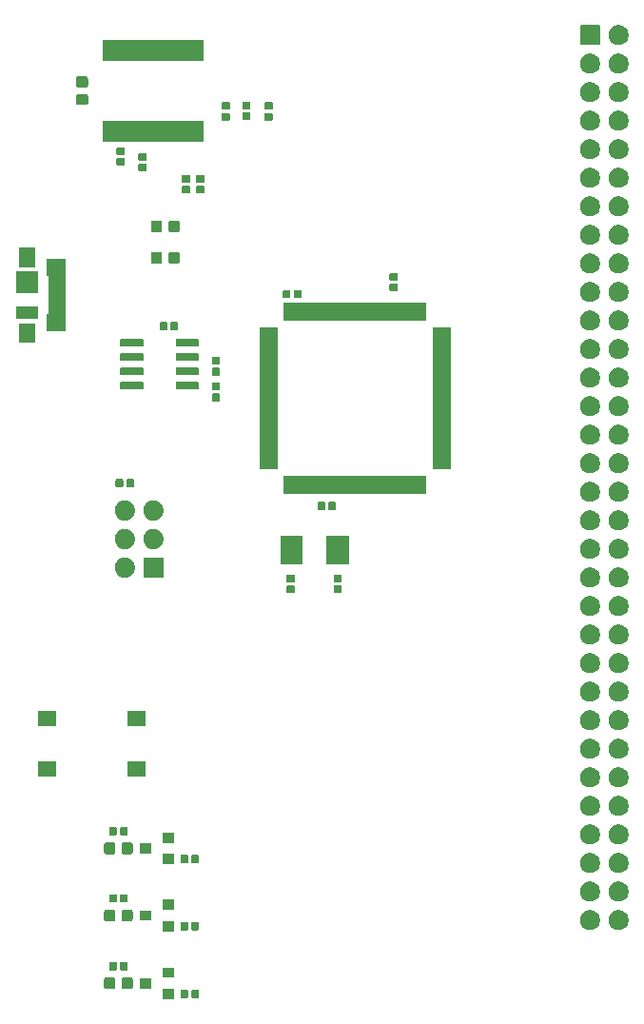
<source format=gts>
G04 #@! TF.GenerationSoftware,KiCad,Pcbnew,5.1.6-c6e7f7d~86~ubuntu18.04.1*
G04 #@! TF.CreationDate,2020-07-07T21:11:44+12:00*
G04 #@! TF.ProjectId,M1 Control Card,4d312043-6f6e-4747-926f-6c2043617264,rev?*
G04 #@! TF.SameCoordinates,Original*
G04 #@! TF.FileFunction,Soldermask,Top*
G04 #@! TF.FilePolarity,Negative*
%FSLAX46Y46*%
G04 Gerber Fmt 4.6, Leading zero omitted, Abs format (unit mm)*
G04 Created by KiCad (PCBNEW 5.1.6-c6e7f7d~86~ubuntu18.04.1) date 2020-07-07 21:11:44*
%MOMM*%
%LPD*%
G01*
G04 APERTURE LIST*
%ADD10C,0.100000*%
G04 APERTURE END LIST*
D10*
G36*
X136790000Y-136912000D02*
G01*
X135788000Y-136912000D01*
X135788000Y-136010000D01*
X136790000Y-136010000D01*
X136790000Y-136912000D01*
G37*
G36*
X138951938Y-136092716D02*
G01*
X138972557Y-136098971D01*
X138991553Y-136109124D01*
X139008208Y-136122792D01*
X139021876Y-136139447D01*
X139032029Y-136158443D01*
X139038284Y-136179062D01*
X139041000Y-136206640D01*
X139041000Y-136715360D01*
X139038284Y-136742938D01*
X139032029Y-136763557D01*
X139021876Y-136782553D01*
X139008208Y-136799208D01*
X138991553Y-136812876D01*
X138972557Y-136823029D01*
X138951938Y-136829284D01*
X138924360Y-136832000D01*
X138465640Y-136832000D01*
X138438062Y-136829284D01*
X138417443Y-136823029D01*
X138398447Y-136812876D01*
X138381792Y-136799208D01*
X138368124Y-136782553D01*
X138357971Y-136763557D01*
X138351716Y-136742938D01*
X138349000Y-136715360D01*
X138349000Y-136206640D01*
X138351716Y-136179062D01*
X138357971Y-136158443D01*
X138368124Y-136139447D01*
X138381792Y-136122792D01*
X138398447Y-136109124D01*
X138417443Y-136098971D01*
X138438062Y-136092716D01*
X138465640Y-136090000D01*
X138924360Y-136090000D01*
X138951938Y-136092716D01*
G37*
G36*
X137981938Y-136092716D02*
G01*
X138002557Y-136098971D01*
X138021553Y-136109124D01*
X138038208Y-136122792D01*
X138051876Y-136139447D01*
X138062029Y-136158443D01*
X138068284Y-136179062D01*
X138071000Y-136206640D01*
X138071000Y-136715360D01*
X138068284Y-136742938D01*
X138062029Y-136763557D01*
X138051876Y-136782553D01*
X138038208Y-136799208D01*
X138021553Y-136812876D01*
X138002557Y-136823029D01*
X137981938Y-136829284D01*
X137954360Y-136832000D01*
X137495640Y-136832000D01*
X137468062Y-136829284D01*
X137447443Y-136823029D01*
X137428447Y-136812876D01*
X137411792Y-136799208D01*
X137398124Y-136782553D01*
X137387971Y-136763557D01*
X137381716Y-136742938D01*
X137379000Y-136715360D01*
X137379000Y-136206640D01*
X137381716Y-136179062D01*
X137387971Y-136158443D01*
X137398124Y-136139447D01*
X137411792Y-136122792D01*
X137428447Y-136109124D01*
X137447443Y-136098971D01*
X137468062Y-136092716D01*
X137495640Y-136090000D01*
X137954360Y-136090000D01*
X137981938Y-136092716D01*
G37*
G36*
X132989591Y-134989085D02*
G01*
X133023569Y-134999393D01*
X133054890Y-135016134D01*
X133082339Y-135038661D01*
X133104866Y-135066110D01*
X133121607Y-135097431D01*
X133131915Y-135131409D01*
X133136000Y-135172890D01*
X133136000Y-135849110D01*
X133131915Y-135890591D01*
X133121607Y-135924569D01*
X133104866Y-135955890D01*
X133082339Y-135983339D01*
X133054890Y-136005866D01*
X133023569Y-136022607D01*
X132989591Y-136032915D01*
X132948110Y-136037000D01*
X132346890Y-136037000D01*
X132305409Y-136032915D01*
X132271431Y-136022607D01*
X132240110Y-136005866D01*
X132212661Y-135983339D01*
X132190134Y-135955890D01*
X132173393Y-135924569D01*
X132163085Y-135890591D01*
X132159000Y-135849110D01*
X132159000Y-135172890D01*
X132163085Y-135131409D01*
X132173393Y-135097431D01*
X132190134Y-135066110D01*
X132212661Y-135038661D01*
X132240110Y-135016134D01*
X132271431Y-134999393D01*
X132305409Y-134989085D01*
X132346890Y-134985000D01*
X132948110Y-134985000D01*
X132989591Y-134989085D01*
G37*
G36*
X131414591Y-134989085D02*
G01*
X131448569Y-134999393D01*
X131479890Y-135016134D01*
X131507339Y-135038661D01*
X131529866Y-135066110D01*
X131546607Y-135097431D01*
X131556915Y-135131409D01*
X131561000Y-135172890D01*
X131561000Y-135849110D01*
X131556915Y-135890591D01*
X131546607Y-135924569D01*
X131529866Y-135955890D01*
X131507339Y-135983339D01*
X131479890Y-136005866D01*
X131448569Y-136022607D01*
X131414591Y-136032915D01*
X131373110Y-136037000D01*
X130771890Y-136037000D01*
X130730409Y-136032915D01*
X130696431Y-136022607D01*
X130665110Y-136005866D01*
X130637661Y-135983339D01*
X130615134Y-135955890D01*
X130598393Y-135924569D01*
X130588085Y-135890591D01*
X130584000Y-135849110D01*
X130584000Y-135172890D01*
X130588085Y-135131409D01*
X130598393Y-135097431D01*
X130615134Y-135066110D01*
X130637661Y-135038661D01*
X130665110Y-135016134D01*
X130696431Y-134999393D01*
X130730409Y-134989085D01*
X130771890Y-134985000D01*
X131373110Y-134985000D01*
X131414591Y-134989085D01*
G37*
G36*
X134790000Y-135962000D02*
G01*
X133788000Y-135962000D01*
X133788000Y-135060000D01*
X134790000Y-135060000D01*
X134790000Y-135962000D01*
G37*
G36*
X136790000Y-135012000D02*
G01*
X135788000Y-135012000D01*
X135788000Y-134110000D01*
X136790000Y-134110000D01*
X136790000Y-135012000D01*
G37*
G36*
X132601938Y-133618716D02*
G01*
X132622557Y-133624971D01*
X132641553Y-133635124D01*
X132658208Y-133648792D01*
X132671876Y-133665447D01*
X132682029Y-133684443D01*
X132688284Y-133705062D01*
X132691000Y-133732640D01*
X132691000Y-134241360D01*
X132688284Y-134268938D01*
X132682029Y-134289557D01*
X132671876Y-134308553D01*
X132658208Y-134325208D01*
X132641553Y-134338876D01*
X132622557Y-134349029D01*
X132601938Y-134355284D01*
X132574360Y-134358000D01*
X132115640Y-134358000D01*
X132088062Y-134355284D01*
X132067443Y-134349029D01*
X132048447Y-134338876D01*
X132031792Y-134325208D01*
X132018124Y-134308553D01*
X132007971Y-134289557D01*
X132001716Y-134268938D01*
X131999000Y-134241360D01*
X131999000Y-133732640D01*
X132001716Y-133705062D01*
X132007971Y-133684443D01*
X132018124Y-133665447D01*
X132031792Y-133648792D01*
X132048447Y-133635124D01*
X132067443Y-133624971D01*
X132088062Y-133618716D01*
X132115640Y-133616000D01*
X132574360Y-133616000D01*
X132601938Y-133618716D01*
G37*
G36*
X131631938Y-133618716D02*
G01*
X131652557Y-133624971D01*
X131671553Y-133635124D01*
X131688208Y-133648792D01*
X131701876Y-133665447D01*
X131712029Y-133684443D01*
X131718284Y-133705062D01*
X131721000Y-133732640D01*
X131721000Y-134241360D01*
X131718284Y-134268938D01*
X131712029Y-134289557D01*
X131701876Y-134308553D01*
X131688208Y-134325208D01*
X131671553Y-134338876D01*
X131652557Y-134349029D01*
X131631938Y-134355284D01*
X131604360Y-134358000D01*
X131145640Y-134358000D01*
X131118062Y-134355284D01*
X131097443Y-134349029D01*
X131078447Y-134338876D01*
X131061792Y-134325208D01*
X131048124Y-134308553D01*
X131037971Y-134289557D01*
X131031716Y-134268938D01*
X131029000Y-134241360D01*
X131029000Y-133732640D01*
X131031716Y-133705062D01*
X131037971Y-133684443D01*
X131048124Y-133665447D01*
X131061792Y-133648792D01*
X131078447Y-133635124D01*
X131097443Y-133624971D01*
X131118062Y-133618716D01*
X131145640Y-133616000D01*
X131604360Y-133616000D01*
X131631938Y-133618716D01*
G37*
G36*
X136790000Y-130881000D02*
G01*
X135788000Y-130881000D01*
X135788000Y-129979000D01*
X136790000Y-129979000D01*
X136790000Y-130881000D01*
G37*
G36*
X137981938Y-130061716D02*
G01*
X138002557Y-130067971D01*
X138021553Y-130078124D01*
X138038208Y-130091792D01*
X138051876Y-130108447D01*
X138062029Y-130127443D01*
X138068284Y-130148062D01*
X138071000Y-130175640D01*
X138071000Y-130684360D01*
X138068284Y-130711938D01*
X138062029Y-130732557D01*
X138051876Y-130751553D01*
X138038208Y-130768208D01*
X138021553Y-130781876D01*
X138002557Y-130792029D01*
X137981938Y-130798284D01*
X137954360Y-130801000D01*
X137495640Y-130801000D01*
X137468062Y-130798284D01*
X137447443Y-130792029D01*
X137428447Y-130781876D01*
X137411792Y-130768208D01*
X137398124Y-130751553D01*
X137387971Y-130732557D01*
X137381716Y-130711938D01*
X137379000Y-130684360D01*
X137379000Y-130175640D01*
X137381716Y-130148062D01*
X137387971Y-130127443D01*
X137398124Y-130108447D01*
X137411792Y-130091792D01*
X137428447Y-130078124D01*
X137447443Y-130067971D01*
X137468062Y-130061716D01*
X137495640Y-130059000D01*
X137954360Y-130059000D01*
X137981938Y-130061716D01*
G37*
G36*
X138951938Y-130061716D02*
G01*
X138972557Y-130067971D01*
X138991553Y-130078124D01*
X139008208Y-130091792D01*
X139021876Y-130108447D01*
X139032029Y-130127443D01*
X139038284Y-130148062D01*
X139041000Y-130175640D01*
X139041000Y-130684360D01*
X139038284Y-130711938D01*
X139032029Y-130732557D01*
X139021876Y-130751553D01*
X139008208Y-130768208D01*
X138991553Y-130781876D01*
X138972557Y-130792029D01*
X138951938Y-130798284D01*
X138924360Y-130801000D01*
X138465640Y-130801000D01*
X138438062Y-130798284D01*
X138417443Y-130792029D01*
X138398447Y-130781876D01*
X138381792Y-130768208D01*
X138368124Y-130751553D01*
X138357971Y-130732557D01*
X138351716Y-130711938D01*
X138349000Y-130684360D01*
X138349000Y-130175640D01*
X138351716Y-130148062D01*
X138357971Y-130127443D01*
X138368124Y-130108447D01*
X138381792Y-130091792D01*
X138398447Y-130078124D01*
X138417443Y-130067971D01*
X138438062Y-130061716D01*
X138465640Y-130059000D01*
X138924360Y-130059000D01*
X138951938Y-130061716D01*
G37*
G36*
X173948512Y-128993927D02*
G01*
X174097812Y-129023624D01*
X174261784Y-129091544D01*
X174409354Y-129190147D01*
X174534853Y-129315646D01*
X174633456Y-129463216D01*
X174701376Y-129627188D01*
X174728141Y-129761750D01*
X174736000Y-129801258D01*
X174736000Y-129978742D01*
X174734276Y-129987408D01*
X174701376Y-130152812D01*
X174633456Y-130316784D01*
X174534853Y-130464354D01*
X174409354Y-130589853D01*
X174261784Y-130688456D01*
X174097812Y-130756376D01*
X173948512Y-130786073D01*
X173923742Y-130791000D01*
X173746258Y-130791000D01*
X173721488Y-130786073D01*
X173572188Y-130756376D01*
X173408216Y-130688456D01*
X173260646Y-130589853D01*
X173135147Y-130464354D01*
X173036544Y-130316784D01*
X172968624Y-130152812D01*
X172935724Y-129987408D01*
X172934000Y-129978742D01*
X172934000Y-129801258D01*
X172941859Y-129761750D01*
X172968624Y-129627188D01*
X173036544Y-129463216D01*
X173135147Y-129315646D01*
X173260646Y-129190147D01*
X173408216Y-129091544D01*
X173572188Y-129023624D01*
X173721488Y-128993927D01*
X173746258Y-128989000D01*
X173923742Y-128989000D01*
X173948512Y-128993927D01*
G37*
G36*
X176488512Y-128993927D02*
G01*
X176637812Y-129023624D01*
X176801784Y-129091544D01*
X176949354Y-129190147D01*
X177074853Y-129315646D01*
X177173456Y-129463216D01*
X177241376Y-129627188D01*
X177268141Y-129761750D01*
X177276000Y-129801258D01*
X177276000Y-129978742D01*
X177274276Y-129987408D01*
X177241376Y-130152812D01*
X177173456Y-130316784D01*
X177074853Y-130464354D01*
X176949354Y-130589853D01*
X176801784Y-130688456D01*
X176637812Y-130756376D01*
X176488512Y-130786073D01*
X176463742Y-130791000D01*
X176286258Y-130791000D01*
X176261488Y-130786073D01*
X176112188Y-130756376D01*
X175948216Y-130688456D01*
X175800646Y-130589853D01*
X175675147Y-130464354D01*
X175576544Y-130316784D01*
X175508624Y-130152812D01*
X175475724Y-129987408D01*
X175474000Y-129978742D01*
X175474000Y-129801258D01*
X175481859Y-129761750D01*
X175508624Y-129627188D01*
X175576544Y-129463216D01*
X175675147Y-129315646D01*
X175800646Y-129190147D01*
X175948216Y-129091544D01*
X176112188Y-129023624D01*
X176261488Y-128993927D01*
X176286258Y-128989000D01*
X176463742Y-128989000D01*
X176488512Y-128993927D01*
G37*
G36*
X132989591Y-128958085D02*
G01*
X133023569Y-128968393D01*
X133054890Y-128985134D01*
X133082339Y-129007661D01*
X133104866Y-129035110D01*
X133121607Y-129066431D01*
X133131915Y-129100409D01*
X133136000Y-129141890D01*
X133136000Y-129818110D01*
X133131915Y-129859591D01*
X133121607Y-129893569D01*
X133104866Y-129924890D01*
X133082339Y-129952339D01*
X133054890Y-129974866D01*
X133023569Y-129991607D01*
X132989591Y-130001915D01*
X132948110Y-130006000D01*
X132346890Y-130006000D01*
X132305409Y-130001915D01*
X132271431Y-129991607D01*
X132240110Y-129974866D01*
X132212661Y-129952339D01*
X132190134Y-129924890D01*
X132173393Y-129893569D01*
X132163085Y-129859591D01*
X132159000Y-129818110D01*
X132159000Y-129141890D01*
X132163085Y-129100409D01*
X132173393Y-129066431D01*
X132190134Y-129035110D01*
X132212661Y-129007661D01*
X132240110Y-128985134D01*
X132271431Y-128968393D01*
X132305409Y-128958085D01*
X132346890Y-128954000D01*
X132948110Y-128954000D01*
X132989591Y-128958085D01*
G37*
G36*
X131414591Y-128958085D02*
G01*
X131448569Y-128968393D01*
X131479890Y-128985134D01*
X131507339Y-129007661D01*
X131529866Y-129035110D01*
X131546607Y-129066431D01*
X131556915Y-129100409D01*
X131561000Y-129141890D01*
X131561000Y-129818110D01*
X131556915Y-129859591D01*
X131546607Y-129893569D01*
X131529866Y-129924890D01*
X131507339Y-129952339D01*
X131479890Y-129974866D01*
X131448569Y-129991607D01*
X131414591Y-130001915D01*
X131373110Y-130006000D01*
X130771890Y-130006000D01*
X130730409Y-130001915D01*
X130696431Y-129991607D01*
X130665110Y-129974866D01*
X130637661Y-129952339D01*
X130615134Y-129924890D01*
X130598393Y-129893569D01*
X130588085Y-129859591D01*
X130584000Y-129818110D01*
X130584000Y-129141890D01*
X130588085Y-129100409D01*
X130598393Y-129066431D01*
X130615134Y-129035110D01*
X130637661Y-129007661D01*
X130665110Y-128985134D01*
X130696431Y-128968393D01*
X130730409Y-128958085D01*
X130771890Y-128954000D01*
X131373110Y-128954000D01*
X131414591Y-128958085D01*
G37*
G36*
X134790000Y-129931000D02*
G01*
X133788000Y-129931000D01*
X133788000Y-129029000D01*
X134790000Y-129029000D01*
X134790000Y-129931000D01*
G37*
G36*
X136790000Y-128981000D02*
G01*
X135788000Y-128981000D01*
X135788000Y-128079000D01*
X136790000Y-128079000D01*
X136790000Y-128981000D01*
G37*
G36*
X131631938Y-127587716D02*
G01*
X131652557Y-127593971D01*
X131671553Y-127604124D01*
X131688208Y-127617792D01*
X131701876Y-127634447D01*
X131712029Y-127653443D01*
X131718284Y-127674062D01*
X131721000Y-127701640D01*
X131721000Y-128210360D01*
X131718284Y-128237938D01*
X131712029Y-128258557D01*
X131701876Y-128277553D01*
X131688208Y-128294208D01*
X131671553Y-128307876D01*
X131652557Y-128318029D01*
X131631938Y-128324284D01*
X131604360Y-128327000D01*
X131145640Y-128327000D01*
X131118062Y-128324284D01*
X131097443Y-128318029D01*
X131078447Y-128307876D01*
X131061792Y-128294208D01*
X131048124Y-128277553D01*
X131037971Y-128258557D01*
X131031716Y-128237938D01*
X131029000Y-128210360D01*
X131029000Y-127701640D01*
X131031716Y-127674062D01*
X131037971Y-127653443D01*
X131048124Y-127634447D01*
X131061792Y-127617792D01*
X131078447Y-127604124D01*
X131097443Y-127593971D01*
X131118062Y-127587716D01*
X131145640Y-127585000D01*
X131604360Y-127585000D01*
X131631938Y-127587716D01*
G37*
G36*
X132601938Y-127587716D02*
G01*
X132622557Y-127593971D01*
X132641553Y-127604124D01*
X132658208Y-127617792D01*
X132671876Y-127634447D01*
X132682029Y-127653443D01*
X132688284Y-127674062D01*
X132691000Y-127701640D01*
X132691000Y-128210360D01*
X132688284Y-128237938D01*
X132682029Y-128258557D01*
X132671876Y-128277553D01*
X132658208Y-128294208D01*
X132641553Y-128307876D01*
X132622557Y-128318029D01*
X132601938Y-128324284D01*
X132574360Y-128327000D01*
X132115640Y-128327000D01*
X132088062Y-128324284D01*
X132067443Y-128318029D01*
X132048447Y-128307876D01*
X132031792Y-128294208D01*
X132018124Y-128277553D01*
X132007971Y-128258557D01*
X132001716Y-128237938D01*
X131999000Y-128210360D01*
X131999000Y-127701640D01*
X132001716Y-127674062D01*
X132007971Y-127653443D01*
X132018124Y-127634447D01*
X132031792Y-127617792D01*
X132048447Y-127604124D01*
X132067443Y-127593971D01*
X132088062Y-127587716D01*
X132115640Y-127585000D01*
X132574360Y-127585000D01*
X132601938Y-127587716D01*
G37*
G36*
X173948512Y-126453927D02*
G01*
X174097812Y-126483624D01*
X174261784Y-126551544D01*
X174409354Y-126650147D01*
X174534853Y-126775646D01*
X174633456Y-126923216D01*
X174701376Y-127087188D01*
X174736000Y-127261259D01*
X174736000Y-127438741D01*
X174701376Y-127612812D01*
X174633456Y-127776784D01*
X174534853Y-127924354D01*
X174409354Y-128049853D01*
X174261784Y-128148456D01*
X174097812Y-128216376D01*
X173948512Y-128246073D01*
X173923742Y-128251000D01*
X173746258Y-128251000D01*
X173721488Y-128246073D01*
X173572188Y-128216376D01*
X173408216Y-128148456D01*
X173260646Y-128049853D01*
X173135147Y-127924354D01*
X173036544Y-127776784D01*
X172968624Y-127612812D01*
X172934000Y-127438741D01*
X172934000Y-127261259D01*
X172968624Y-127087188D01*
X173036544Y-126923216D01*
X173135147Y-126775646D01*
X173260646Y-126650147D01*
X173408216Y-126551544D01*
X173572188Y-126483624D01*
X173721488Y-126453927D01*
X173746258Y-126449000D01*
X173923742Y-126449000D01*
X173948512Y-126453927D01*
G37*
G36*
X176488512Y-126453927D02*
G01*
X176637812Y-126483624D01*
X176801784Y-126551544D01*
X176949354Y-126650147D01*
X177074853Y-126775646D01*
X177173456Y-126923216D01*
X177241376Y-127087188D01*
X177276000Y-127261259D01*
X177276000Y-127438741D01*
X177241376Y-127612812D01*
X177173456Y-127776784D01*
X177074853Y-127924354D01*
X176949354Y-128049853D01*
X176801784Y-128148456D01*
X176637812Y-128216376D01*
X176488512Y-128246073D01*
X176463742Y-128251000D01*
X176286258Y-128251000D01*
X176261488Y-128246073D01*
X176112188Y-128216376D01*
X175948216Y-128148456D01*
X175800646Y-128049853D01*
X175675147Y-127924354D01*
X175576544Y-127776784D01*
X175508624Y-127612812D01*
X175474000Y-127438741D01*
X175474000Y-127261259D01*
X175508624Y-127087188D01*
X175576544Y-126923216D01*
X175675147Y-126775646D01*
X175800646Y-126650147D01*
X175948216Y-126551544D01*
X176112188Y-126483624D01*
X176261488Y-126453927D01*
X176286258Y-126449000D01*
X176463742Y-126449000D01*
X176488512Y-126453927D01*
G37*
G36*
X176488512Y-123913927D02*
G01*
X176637812Y-123943624D01*
X176801784Y-124011544D01*
X176949354Y-124110147D01*
X177074853Y-124235646D01*
X177173456Y-124383216D01*
X177241376Y-124547188D01*
X177276000Y-124721259D01*
X177276000Y-124898741D01*
X177241376Y-125072812D01*
X177173456Y-125236784D01*
X177074853Y-125384354D01*
X176949354Y-125509853D01*
X176801784Y-125608456D01*
X176637812Y-125676376D01*
X176488512Y-125706073D01*
X176463742Y-125711000D01*
X176286258Y-125711000D01*
X176261488Y-125706073D01*
X176112188Y-125676376D01*
X175948216Y-125608456D01*
X175800646Y-125509853D01*
X175675147Y-125384354D01*
X175576544Y-125236784D01*
X175508624Y-125072812D01*
X175474000Y-124898741D01*
X175474000Y-124721259D01*
X175508624Y-124547188D01*
X175576544Y-124383216D01*
X175675147Y-124235646D01*
X175800646Y-124110147D01*
X175948216Y-124011544D01*
X176112188Y-123943624D01*
X176261488Y-123913927D01*
X176286258Y-123909000D01*
X176463742Y-123909000D01*
X176488512Y-123913927D01*
G37*
G36*
X173948512Y-123913927D02*
G01*
X174097812Y-123943624D01*
X174261784Y-124011544D01*
X174409354Y-124110147D01*
X174534853Y-124235646D01*
X174633456Y-124383216D01*
X174701376Y-124547188D01*
X174736000Y-124721259D01*
X174736000Y-124898741D01*
X174701376Y-125072812D01*
X174633456Y-125236784D01*
X174534853Y-125384354D01*
X174409354Y-125509853D01*
X174261784Y-125608456D01*
X174097812Y-125676376D01*
X173948512Y-125706073D01*
X173923742Y-125711000D01*
X173746258Y-125711000D01*
X173721488Y-125706073D01*
X173572188Y-125676376D01*
X173408216Y-125608456D01*
X173260646Y-125509853D01*
X173135147Y-125384354D01*
X173036544Y-125236784D01*
X172968624Y-125072812D01*
X172934000Y-124898741D01*
X172934000Y-124721259D01*
X172968624Y-124547188D01*
X173036544Y-124383216D01*
X173135147Y-124235646D01*
X173260646Y-124110147D01*
X173408216Y-124011544D01*
X173572188Y-123943624D01*
X173721488Y-123913927D01*
X173746258Y-123909000D01*
X173923742Y-123909000D01*
X173948512Y-123913927D01*
G37*
G36*
X136790000Y-124907000D02*
G01*
X135788000Y-124907000D01*
X135788000Y-124005000D01*
X136790000Y-124005000D01*
X136790000Y-124907000D01*
G37*
G36*
X137981938Y-124087716D02*
G01*
X138002557Y-124093971D01*
X138021553Y-124104124D01*
X138038208Y-124117792D01*
X138051876Y-124134447D01*
X138062029Y-124153443D01*
X138068284Y-124174062D01*
X138071000Y-124201640D01*
X138071000Y-124710360D01*
X138068284Y-124737938D01*
X138062029Y-124758557D01*
X138051876Y-124777553D01*
X138038208Y-124794208D01*
X138021553Y-124807876D01*
X138002557Y-124818029D01*
X137981938Y-124824284D01*
X137954360Y-124827000D01*
X137495640Y-124827000D01*
X137468062Y-124824284D01*
X137447443Y-124818029D01*
X137428447Y-124807876D01*
X137411792Y-124794208D01*
X137398124Y-124777553D01*
X137387971Y-124758557D01*
X137381716Y-124737938D01*
X137379000Y-124710360D01*
X137379000Y-124201640D01*
X137381716Y-124174062D01*
X137387971Y-124153443D01*
X137398124Y-124134447D01*
X137411792Y-124117792D01*
X137428447Y-124104124D01*
X137447443Y-124093971D01*
X137468062Y-124087716D01*
X137495640Y-124085000D01*
X137954360Y-124085000D01*
X137981938Y-124087716D01*
G37*
G36*
X138951938Y-124087716D02*
G01*
X138972557Y-124093971D01*
X138991553Y-124104124D01*
X139008208Y-124117792D01*
X139021876Y-124134447D01*
X139032029Y-124153443D01*
X139038284Y-124174062D01*
X139041000Y-124201640D01*
X139041000Y-124710360D01*
X139038284Y-124737938D01*
X139032029Y-124758557D01*
X139021876Y-124777553D01*
X139008208Y-124794208D01*
X138991553Y-124807876D01*
X138972557Y-124818029D01*
X138951938Y-124824284D01*
X138924360Y-124827000D01*
X138465640Y-124827000D01*
X138438062Y-124824284D01*
X138417443Y-124818029D01*
X138398447Y-124807876D01*
X138381792Y-124794208D01*
X138368124Y-124777553D01*
X138357971Y-124758557D01*
X138351716Y-124737938D01*
X138349000Y-124710360D01*
X138349000Y-124201640D01*
X138351716Y-124174062D01*
X138357971Y-124153443D01*
X138368124Y-124134447D01*
X138381792Y-124117792D01*
X138398447Y-124104124D01*
X138417443Y-124093971D01*
X138438062Y-124087716D01*
X138465640Y-124085000D01*
X138924360Y-124085000D01*
X138951938Y-124087716D01*
G37*
G36*
X131414591Y-122984085D02*
G01*
X131448569Y-122994393D01*
X131479890Y-123011134D01*
X131507339Y-123033661D01*
X131529866Y-123061110D01*
X131546607Y-123092431D01*
X131556915Y-123126409D01*
X131561000Y-123167890D01*
X131561000Y-123844110D01*
X131556915Y-123885591D01*
X131546607Y-123919569D01*
X131529866Y-123950890D01*
X131507339Y-123978339D01*
X131479890Y-124000866D01*
X131448569Y-124017607D01*
X131414591Y-124027915D01*
X131373110Y-124032000D01*
X130771890Y-124032000D01*
X130730409Y-124027915D01*
X130696431Y-124017607D01*
X130665110Y-124000866D01*
X130637661Y-123978339D01*
X130615134Y-123950890D01*
X130598393Y-123919569D01*
X130588085Y-123885591D01*
X130584000Y-123844110D01*
X130584000Y-123167890D01*
X130588085Y-123126409D01*
X130598393Y-123092431D01*
X130615134Y-123061110D01*
X130637661Y-123033661D01*
X130665110Y-123011134D01*
X130696431Y-122994393D01*
X130730409Y-122984085D01*
X130771890Y-122980000D01*
X131373110Y-122980000D01*
X131414591Y-122984085D01*
G37*
G36*
X132989591Y-122984085D02*
G01*
X133023569Y-122994393D01*
X133054890Y-123011134D01*
X133082339Y-123033661D01*
X133104866Y-123061110D01*
X133121607Y-123092431D01*
X133131915Y-123126409D01*
X133136000Y-123167890D01*
X133136000Y-123844110D01*
X133131915Y-123885591D01*
X133121607Y-123919569D01*
X133104866Y-123950890D01*
X133082339Y-123978339D01*
X133054890Y-124000866D01*
X133023569Y-124017607D01*
X132989591Y-124027915D01*
X132948110Y-124032000D01*
X132346890Y-124032000D01*
X132305409Y-124027915D01*
X132271431Y-124017607D01*
X132240110Y-124000866D01*
X132212661Y-123978339D01*
X132190134Y-123950890D01*
X132173393Y-123919569D01*
X132163085Y-123885591D01*
X132159000Y-123844110D01*
X132159000Y-123167890D01*
X132163085Y-123126409D01*
X132173393Y-123092431D01*
X132190134Y-123061110D01*
X132212661Y-123033661D01*
X132240110Y-123011134D01*
X132271431Y-122994393D01*
X132305409Y-122984085D01*
X132346890Y-122980000D01*
X132948110Y-122980000D01*
X132989591Y-122984085D01*
G37*
G36*
X134790000Y-123957000D02*
G01*
X133788000Y-123957000D01*
X133788000Y-123055000D01*
X134790000Y-123055000D01*
X134790000Y-123957000D01*
G37*
G36*
X176488512Y-121373927D02*
G01*
X176637812Y-121403624D01*
X176801784Y-121471544D01*
X176949354Y-121570147D01*
X177074853Y-121695646D01*
X177173456Y-121843216D01*
X177241376Y-122007188D01*
X177276000Y-122181259D01*
X177276000Y-122358741D01*
X177241376Y-122532812D01*
X177173456Y-122696784D01*
X177074853Y-122844354D01*
X176949354Y-122969853D01*
X176801784Y-123068456D01*
X176637812Y-123136376D01*
X176488512Y-123166073D01*
X176463742Y-123171000D01*
X176286258Y-123171000D01*
X176261488Y-123166073D01*
X176112188Y-123136376D01*
X175948216Y-123068456D01*
X175800646Y-122969853D01*
X175675147Y-122844354D01*
X175576544Y-122696784D01*
X175508624Y-122532812D01*
X175474000Y-122358741D01*
X175474000Y-122181259D01*
X175508624Y-122007188D01*
X175576544Y-121843216D01*
X175675147Y-121695646D01*
X175800646Y-121570147D01*
X175948216Y-121471544D01*
X176112188Y-121403624D01*
X176261488Y-121373927D01*
X176286258Y-121369000D01*
X176463742Y-121369000D01*
X176488512Y-121373927D01*
G37*
G36*
X173948512Y-121373927D02*
G01*
X174097812Y-121403624D01*
X174261784Y-121471544D01*
X174409354Y-121570147D01*
X174534853Y-121695646D01*
X174633456Y-121843216D01*
X174701376Y-122007188D01*
X174736000Y-122181259D01*
X174736000Y-122358741D01*
X174701376Y-122532812D01*
X174633456Y-122696784D01*
X174534853Y-122844354D01*
X174409354Y-122969853D01*
X174261784Y-123068456D01*
X174097812Y-123136376D01*
X173948512Y-123166073D01*
X173923742Y-123171000D01*
X173746258Y-123171000D01*
X173721488Y-123166073D01*
X173572188Y-123136376D01*
X173408216Y-123068456D01*
X173260646Y-122969853D01*
X173135147Y-122844354D01*
X173036544Y-122696784D01*
X172968624Y-122532812D01*
X172934000Y-122358741D01*
X172934000Y-122181259D01*
X172968624Y-122007188D01*
X173036544Y-121843216D01*
X173135147Y-121695646D01*
X173260646Y-121570147D01*
X173408216Y-121471544D01*
X173572188Y-121403624D01*
X173721488Y-121373927D01*
X173746258Y-121369000D01*
X173923742Y-121369000D01*
X173948512Y-121373927D01*
G37*
G36*
X136790000Y-123007000D02*
G01*
X135788000Y-123007000D01*
X135788000Y-122105000D01*
X136790000Y-122105000D01*
X136790000Y-123007000D01*
G37*
G36*
X132601938Y-121613716D02*
G01*
X132622557Y-121619971D01*
X132641553Y-121630124D01*
X132658208Y-121643792D01*
X132671876Y-121660447D01*
X132682029Y-121679443D01*
X132688284Y-121700062D01*
X132691000Y-121727640D01*
X132691000Y-122236360D01*
X132688284Y-122263938D01*
X132682029Y-122284557D01*
X132671876Y-122303553D01*
X132658208Y-122320208D01*
X132641553Y-122333876D01*
X132622557Y-122344029D01*
X132601938Y-122350284D01*
X132574360Y-122353000D01*
X132115640Y-122353000D01*
X132088062Y-122350284D01*
X132067443Y-122344029D01*
X132048447Y-122333876D01*
X132031792Y-122320208D01*
X132018124Y-122303553D01*
X132007971Y-122284557D01*
X132001716Y-122263938D01*
X131999000Y-122236360D01*
X131999000Y-121727640D01*
X132001716Y-121700062D01*
X132007971Y-121679443D01*
X132018124Y-121660447D01*
X132031792Y-121643792D01*
X132048447Y-121630124D01*
X132067443Y-121619971D01*
X132088062Y-121613716D01*
X132115640Y-121611000D01*
X132574360Y-121611000D01*
X132601938Y-121613716D01*
G37*
G36*
X131631938Y-121613716D02*
G01*
X131652557Y-121619971D01*
X131671553Y-121630124D01*
X131688208Y-121643792D01*
X131701876Y-121660447D01*
X131712029Y-121679443D01*
X131718284Y-121700062D01*
X131721000Y-121727640D01*
X131721000Y-122236360D01*
X131718284Y-122263938D01*
X131712029Y-122284557D01*
X131701876Y-122303553D01*
X131688208Y-122320208D01*
X131671553Y-122333876D01*
X131652557Y-122344029D01*
X131631938Y-122350284D01*
X131604360Y-122353000D01*
X131145640Y-122353000D01*
X131118062Y-122350284D01*
X131097443Y-122344029D01*
X131078447Y-122333876D01*
X131061792Y-122320208D01*
X131048124Y-122303553D01*
X131037971Y-122284557D01*
X131031716Y-122263938D01*
X131029000Y-122236360D01*
X131029000Y-121727640D01*
X131031716Y-121700062D01*
X131037971Y-121679443D01*
X131048124Y-121660447D01*
X131061792Y-121643792D01*
X131078447Y-121630124D01*
X131097443Y-121619971D01*
X131118062Y-121613716D01*
X131145640Y-121611000D01*
X131604360Y-121611000D01*
X131631938Y-121613716D01*
G37*
G36*
X173948512Y-118833927D02*
G01*
X174097812Y-118863624D01*
X174261784Y-118931544D01*
X174409354Y-119030147D01*
X174534853Y-119155646D01*
X174633456Y-119303216D01*
X174701376Y-119467188D01*
X174736000Y-119641259D01*
X174736000Y-119818741D01*
X174701376Y-119992812D01*
X174633456Y-120156784D01*
X174534853Y-120304354D01*
X174409354Y-120429853D01*
X174261784Y-120528456D01*
X174097812Y-120596376D01*
X173948512Y-120626073D01*
X173923742Y-120631000D01*
X173746258Y-120631000D01*
X173721488Y-120626073D01*
X173572188Y-120596376D01*
X173408216Y-120528456D01*
X173260646Y-120429853D01*
X173135147Y-120304354D01*
X173036544Y-120156784D01*
X172968624Y-119992812D01*
X172934000Y-119818741D01*
X172934000Y-119641259D01*
X172968624Y-119467188D01*
X173036544Y-119303216D01*
X173135147Y-119155646D01*
X173260646Y-119030147D01*
X173408216Y-118931544D01*
X173572188Y-118863624D01*
X173721488Y-118833927D01*
X173746258Y-118829000D01*
X173923742Y-118829000D01*
X173948512Y-118833927D01*
G37*
G36*
X176488512Y-118833927D02*
G01*
X176637812Y-118863624D01*
X176801784Y-118931544D01*
X176949354Y-119030147D01*
X177074853Y-119155646D01*
X177173456Y-119303216D01*
X177241376Y-119467188D01*
X177276000Y-119641259D01*
X177276000Y-119818741D01*
X177241376Y-119992812D01*
X177173456Y-120156784D01*
X177074853Y-120304354D01*
X176949354Y-120429853D01*
X176801784Y-120528456D01*
X176637812Y-120596376D01*
X176488512Y-120626073D01*
X176463742Y-120631000D01*
X176286258Y-120631000D01*
X176261488Y-120626073D01*
X176112188Y-120596376D01*
X175948216Y-120528456D01*
X175800646Y-120429853D01*
X175675147Y-120304354D01*
X175576544Y-120156784D01*
X175508624Y-119992812D01*
X175474000Y-119818741D01*
X175474000Y-119641259D01*
X175508624Y-119467188D01*
X175576544Y-119303216D01*
X175675147Y-119155646D01*
X175800646Y-119030147D01*
X175948216Y-118931544D01*
X176112188Y-118863624D01*
X176261488Y-118833927D01*
X176286258Y-118829000D01*
X176463742Y-118829000D01*
X176488512Y-118833927D01*
G37*
G36*
X176488512Y-116293927D02*
G01*
X176637812Y-116323624D01*
X176801784Y-116391544D01*
X176949354Y-116490147D01*
X177074853Y-116615646D01*
X177173456Y-116763216D01*
X177241376Y-116927188D01*
X177276000Y-117101259D01*
X177276000Y-117278741D01*
X177241376Y-117452812D01*
X177173456Y-117616784D01*
X177074853Y-117764354D01*
X176949354Y-117889853D01*
X176801784Y-117988456D01*
X176637812Y-118056376D01*
X176488512Y-118086073D01*
X176463742Y-118091000D01*
X176286258Y-118091000D01*
X176261488Y-118086073D01*
X176112188Y-118056376D01*
X175948216Y-117988456D01*
X175800646Y-117889853D01*
X175675147Y-117764354D01*
X175576544Y-117616784D01*
X175508624Y-117452812D01*
X175474000Y-117278741D01*
X175474000Y-117101259D01*
X175508624Y-116927188D01*
X175576544Y-116763216D01*
X175675147Y-116615646D01*
X175800646Y-116490147D01*
X175948216Y-116391544D01*
X176112188Y-116323624D01*
X176261488Y-116293927D01*
X176286258Y-116289000D01*
X176463742Y-116289000D01*
X176488512Y-116293927D01*
G37*
G36*
X173948512Y-116293927D02*
G01*
X174097812Y-116323624D01*
X174261784Y-116391544D01*
X174409354Y-116490147D01*
X174534853Y-116615646D01*
X174633456Y-116763216D01*
X174701376Y-116927188D01*
X174736000Y-117101259D01*
X174736000Y-117278741D01*
X174701376Y-117452812D01*
X174633456Y-117616784D01*
X174534853Y-117764354D01*
X174409354Y-117889853D01*
X174261784Y-117988456D01*
X174097812Y-118056376D01*
X173948512Y-118086073D01*
X173923742Y-118091000D01*
X173746258Y-118091000D01*
X173721488Y-118086073D01*
X173572188Y-118056376D01*
X173408216Y-117988456D01*
X173260646Y-117889853D01*
X173135147Y-117764354D01*
X173036544Y-117616784D01*
X172968624Y-117452812D01*
X172934000Y-117278741D01*
X172934000Y-117101259D01*
X172968624Y-116927188D01*
X173036544Y-116763216D01*
X173135147Y-116615646D01*
X173260646Y-116490147D01*
X173408216Y-116391544D01*
X173572188Y-116323624D01*
X173721488Y-116293927D01*
X173746258Y-116289000D01*
X173923742Y-116289000D01*
X173948512Y-116293927D01*
G37*
G36*
X126335000Y-117156000D02*
G01*
X124683000Y-117156000D01*
X124683000Y-115754000D01*
X126335000Y-115754000D01*
X126335000Y-117156000D01*
G37*
G36*
X134295000Y-117156000D02*
G01*
X132643000Y-117156000D01*
X132643000Y-115754000D01*
X134295000Y-115754000D01*
X134295000Y-117156000D01*
G37*
G36*
X176488512Y-113753927D02*
G01*
X176637812Y-113783624D01*
X176801784Y-113851544D01*
X176949354Y-113950147D01*
X177074853Y-114075646D01*
X177173456Y-114223216D01*
X177241376Y-114387188D01*
X177276000Y-114561259D01*
X177276000Y-114738741D01*
X177241376Y-114912812D01*
X177173456Y-115076784D01*
X177074853Y-115224354D01*
X176949354Y-115349853D01*
X176801784Y-115448456D01*
X176637812Y-115516376D01*
X176488512Y-115546073D01*
X176463742Y-115551000D01*
X176286258Y-115551000D01*
X176261488Y-115546073D01*
X176112188Y-115516376D01*
X175948216Y-115448456D01*
X175800646Y-115349853D01*
X175675147Y-115224354D01*
X175576544Y-115076784D01*
X175508624Y-114912812D01*
X175474000Y-114738741D01*
X175474000Y-114561259D01*
X175508624Y-114387188D01*
X175576544Y-114223216D01*
X175675147Y-114075646D01*
X175800646Y-113950147D01*
X175948216Y-113851544D01*
X176112188Y-113783624D01*
X176261488Y-113753927D01*
X176286258Y-113749000D01*
X176463742Y-113749000D01*
X176488512Y-113753927D01*
G37*
G36*
X173948512Y-113753927D02*
G01*
X174097812Y-113783624D01*
X174261784Y-113851544D01*
X174409354Y-113950147D01*
X174534853Y-114075646D01*
X174633456Y-114223216D01*
X174701376Y-114387188D01*
X174736000Y-114561259D01*
X174736000Y-114738741D01*
X174701376Y-114912812D01*
X174633456Y-115076784D01*
X174534853Y-115224354D01*
X174409354Y-115349853D01*
X174261784Y-115448456D01*
X174097812Y-115516376D01*
X173948512Y-115546073D01*
X173923742Y-115551000D01*
X173746258Y-115551000D01*
X173721488Y-115546073D01*
X173572188Y-115516376D01*
X173408216Y-115448456D01*
X173260646Y-115349853D01*
X173135147Y-115224354D01*
X173036544Y-115076784D01*
X172968624Y-114912812D01*
X172934000Y-114738741D01*
X172934000Y-114561259D01*
X172968624Y-114387188D01*
X173036544Y-114223216D01*
X173135147Y-114075646D01*
X173260646Y-113950147D01*
X173408216Y-113851544D01*
X173572188Y-113783624D01*
X173721488Y-113753927D01*
X173746258Y-113749000D01*
X173923742Y-113749000D01*
X173948512Y-113753927D01*
G37*
G36*
X173948512Y-111213927D02*
G01*
X174097812Y-111243624D01*
X174261784Y-111311544D01*
X174409354Y-111410147D01*
X174534853Y-111535646D01*
X174633456Y-111683216D01*
X174701376Y-111847188D01*
X174736000Y-112021259D01*
X174736000Y-112198741D01*
X174701376Y-112372812D01*
X174633456Y-112536784D01*
X174534853Y-112684354D01*
X174409354Y-112809853D01*
X174261784Y-112908456D01*
X174097812Y-112976376D01*
X173948512Y-113006073D01*
X173923742Y-113011000D01*
X173746258Y-113011000D01*
X173721488Y-113006073D01*
X173572188Y-112976376D01*
X173408216Y-112908456D01*
X173260646Y-112809853D01*
X173135147Y-112684354D01*
X173036544Y-112536784D01*
X172968624Y-112372812D01*
X172934000Y-112198741D01*
X172934000Y-112021259D01*
X172968624Y-111847188D01*
X173036544Y-111683216D01*
X173135147Y-111535646D01*
X173260646Y-111410147D01*
X173408216Y-111311544D01*
X173572188Y-111243624D01*
X173721488Y-111213927D01*
X173746258Y-111209000D01*
X173923742Y-111209000D01*
X173948512Y-111213927D01*
G37*
G36*
X176488512Y-111213927D02*
G01*
X176637812Y-111243624D01*
X176801784Y-111311544D01*
X176949354Y-111410147D01*
X177074853Y-111535646D01*
X177173456Y-111683216D01*
X177241376Y-111847188D01*
X177276000Y-112021259D01*
X177276000Y-112198741D01*
X177241376Y-112372812D01*
X177173456Y-112536784D01*
X177074853Y-112684354D01*
X176949354Y-112809853D01*
X176801784Y-112908456D01*
X176637812Y-112976376D01*
X176488512Y-113006073D01*
X176463742Y-113011000D01*
X176286258Y-113011000D01*
X176261488Y-113006073D01*
X176112188Y-112976376D01*
X175948216Y-112908456D01*
X175800646Y-112809853D01*
X175675147Y-112684354D01*
X175576544Y-112536784D01*
X175508624Y-112372812D01*
X175474000Y-112198741D01*
X175474000Y-112021259D01*
X175508624Y-111847188D01*
X175576544Y-111683216D01*
X175675147Y-111535646D01*
X175800646Y-111410147D01*
X175948216Y-111311544D01*
X176112188Y-111243624D01*
X176261488Y-111213927D01*
X176286258Y-111209000D01*
X176463742Y-111209000D01*
X176488512Y-111213927D01*
G37*
G36*
X134295000Y-112656000D02*
G01*
X132643000Y-112656000D01*
X132643000Y-111254000D01*
X134295000Y-111254000D01*
X134295000Y-112656000D01*
G37*
G36*
X126335000Y-112656000D02*
G01*
X124683000Y-112656000D01*
X124683000Y-111254000D01*
X126335000Y-111254000D01*
X126335000Y-112656000D01*
G37*
G36*
X173948512Y-108673927D02*
G01*
X174097812Y-108703624D01*
X174261784Y-108771544D01*
X174409354Y-108870147D01*
X174534853Y-108995646D01*
X174633456Y-109143216D01*
X174701376Y-109307188D01*
X174736000Y-109481259D01*
X174736000Y-109658741D01*
X174701376Y-109832812D01*
X174633456Y-109996784D01*
X174534853Y-110144354D01*
X174409354Y-110269853D01*
X174261784Y-110368456D01*
X174097812Y-110436376D01*
X173948512Y-110466073D01*
X173923742Y-110471000D01*
X173746258Y-110471000D01*
X173721488Y-110466073D01*
X173572188Y-110436376D01*
X173408216Y-110368456D01*
X173260646Y-110269853D01*
X173135147Y-110144354D01*
X173036544Y-109996784D01*
X172968624Y-109832812D01*
X172934000Y-109658741D01*
X172934000Y-109481259D01*
X172968624Y-109307188D01*
X173036544Y-109143216D01*
X173135147Y-108995646D01*
X173260646Y-108870147D01*
X173408216Y-108771544D01*
X173572188Y-108703624D01*
X173721488Y-108673927D01*
X173746258Y-108669000D01*
X173923742Y-108669000D01*
X173948512Y-108673927D01*
G37*
G36*
X176488512Y-108673927D02*
G01*
X176637812Y-108703624D01*
X176801784Y-108771544D01*
X176949354Y-108870147D01*
X177074853Y-108995646D01*
X177173456Y-109143216D01*
X177241376Y-109307188D01*
X177276000Y-109481259D01*
X177276000Y-109658741D01*
X177241376Y-109832812D01*
X177173456Y-109996784D01*
X177074853Y-110144354D01*
X176949354Y-110269853D01*
X176801784Y-110368456D01*
X176637812Y-110436376D01*
X176488512Y-110466073D01*
X176463742Y-110471000D01*
X176286258Y-110471000D01*
X176261488Y-110466073D01*
X176112188Y-110436376D01*
X175948216Y-110368456D01*
X175800646Y-110269853D01*
X175675147Y-110144354D01*
X175576544Y-109996784D01*
X175508624Y-109832812D01*
X175474000Y-109658741D01*
X175474000Y-109481259D01*
X175508624Y-109307188D01*
X175576544Y-109143216D01*
X175675147Y-108995646D01*
X175800646Y-108870147D01*
X175948216Y-108771544D01*
X176112188Y-108703624D01*
X176261488Y-108673927D01*
X176286258Y-108669000D01*
X176463742Y-108669000D01*
X176488512Y-108673927D01*
G37*
G36*
X173948512Y-106133927D02*
G01*
X174097812Y-106163624D01*
X174261784Y-106231544D01*
X174409354Y-106330147D01*
X174534853Y-106455646D01*
X174633456Y-106603216D01*
X174701376Y-106767188D01*
X174736000Y-106941259D01*
X174736000Y-107118741D01*
X174701376Y-107292812D01*
X174633456Y-107456784D01*
X174534853Y-107604354D01*
X174409354Y-107729853D01*
X174261784Y-107828456D01*
X174097812Y-107896376D01*
X173948512Y-107926073D01*
X173923742Y-107931000D01*
X173746258Y-107931000D01*
X173721488Y-107926073D01*
X173572188Y-107896376D01*
X173408216Y-107828456D01*
X173260646Y-107729853D01*
X173135147Y-107604354D01*
X173036544Y-107456784D01*
X172968624Y-107292812D01*
X172934000Y-107118741D01*
X172934000Y-106941259D01*
X172968624Y-106767188D01*
X173036544Y-106603216D01*
X173135147Y-106455646D01*
X173260646Y-106330147D01*
X173408216Y-106231544D01*
X173572188Y-106163624D01*
X173721488Y-106133927D01*
X173746258Y-106129000D01*
X173923742Y-106129000D01*
X173948512Y-106133927D01*
G37*
G36*
X176488512Y-106133927D02*
G01*
X176637812Y-106163624D01*
X176801784Y-106231544D01*
X176949354Y-106330147D01*
X177074853Y-106455646D01*
X177173456Y-106603216D01*
X177241376Y-106767188D01*
X177276000Y-106941259D01*
X177276000Y-107118741D01*
X177241376Y-107292812D01*
X177173456Y-107456784D01*
X177074853Y-107604354D01*
X176949354Y-107729853D01*
X176801784Y-107828456D01*
X176637812Y-107896376D01*
X176488512Y-107926073D01*
X176463742Y-107931000D01*
X176286258Y-107931000D01*
X176261488Y-107926073D01*
X176112188Y-107896376D01*
X175948216Y-107828456D01*
X175800646Y-107729853D01*
X175675147Y-107604354D01*
X175576544Y-107456784D01*
X175508624Y-107292812D01*
X175474000Y-107118741D01*
X175474000Y-106941259D01*
X175508624Y-106767188D01*
X175576544Y-106603216D01*
X175675147Y-106455646D01*
X175800646Y-106330147D01*
X175948216Y-106231544D01*
X176112188Y-106163624D01*
X176261488Y-106133927D01*
X176286258Y-106129000D01*
X176463742Y-106129000D01*
X176488512Y-106133927D01*
G37*
G36*
X176488512Y-103593927D02*
G01*
X176637812Y-103623624D01*
X176801784Y-103691544D01*
X176949354Y-103790147D01*
X177074853Y-103915646D01*
X177173456Y-104063216D01*
X177241376Y-104227188D01*
X177276000Y-104401259D01*
X177276000Y-104578741D01*
X177241376Y-104752812D01*
X177173456Y-104916784D01*
X177074853Y-105064354D01*
X176949354Y-105189853D01*
X176801784Y-105288456D01*
X176637812Y-105356376D01*
X176488512Y-105386073D01*
X176463742Y-105391000D01*
X176286258Y-105391000D01*
X176261488Y-105386073D01*
X176112188Y-105356376D01*
X175948216Y-105288456D01*
X175800646Y-105189853D01*
X175675147Y-105064354D01*
X175576544Y-104916784D01*
X175508624Y-104752812D01*
X175474000Y-104578741D01*
X175474000Y-104401259D01*
X175508624Y-104227188D01*
X175576544Y-104063216D01*
X175675147Y-103915646D01*
X175800646Y-103790147D01*
X175948216Y-103691544D01*
X176112188Y-103623624D01*
X176261488Y-103593927D01*
X176286258Y-103589000D01*
X176463742Y-103589000D01*
X176488512Y-103593927D01*
G37*
G36*
X173948512Y-103593927D02*
G01*
X174097812Y-103623624D01*
X174261784Y-103691544D01*
X174409354Y-103790147D01*
X174534853Y-103915646D01*
X174633456Y-104063216D01*
X174701376Y-104227188D01*
X174736000Y-104401259D01*
X174736000Y-104578741D01*
X174701376Y-104752812D01*
X174633456Y-104916784D01*
X174534853Y-105064354D01*
X174409354Y-105189853D01*
X174261784Y-105288456D01*
X174097812Y-105356376D01*
X173948512Y-105386073D01*
X173923742Y-105391000D01*
X173746258Y-105391000D01*
X173721488Y-105386073D01*
X173572188Y-105356376D01*
X173408216Y-105288456D01*
X173260646Y-105189853D01*
X173135147Y-105064354D01*
X173036544Y-104916784D01*
X172968624Y-104752812D01*
X172934000Y-104578741D01*
X172934000Y-104401259D01*
X172968624Y-104227188D01*
X173036544Y-104063216D01*
X173135147Y-103915646D01*
X173260646Y-103790147D01*
X173408216Y-103691544D01*
X173572188Y-103623624D01*
X173721488Y-103593927D01*
X173746258Y-103589000D01*
X173923742Y-103589000D01*
X173948512Y-103593927D01*
G37*
G36*
X173948512Y-101053927D02*
G01*
X174097812Y-101083624D01*
X174261784Y-101151544D01*
X174409354Y-101250147D01*
X174534853Y-101375646D01*
X174633456Y-101523216D01*
X174701376Y-101687188D01*
X174736000Y-101861259D01*
X174736000Y-102038741D01*
X174701376Y-102212812D01*
X174633456Y-102376784D01*
X174534853Y-102524354D01*
X174409354Y-102649853D01*
X174261784Y-102748456D01*
X174097812Y-102816376D01*
X173948512Y-102846073D01*
X173923742Y-102851000D01*
X173746258Y-102851000D01*
X173721488Y-102846073D01*
X173572188Y-102816376D01*
X173408216Y-102748456D01*
X173260646Y-102649853D01*
X173135147Y-102524354D01*
X173036544Y-102376784D01*
X172968624Y-102212812D01*
X172934000Y-102038741D01*
X172934000Y-101861259D01*
X172968624Y-101687188D01*
X173036544Y-101523216D01*
X173135147Y-101375646D01*
X173260646Y-101250147D01*
X173408216Y-101151544D01*
X173572188Y-101083624D01*
X173721488Y-101053927D01*
X173746258Y-101049000D01*
X173923742Y-101049000D01*
X173948512Y-101053927D01*
G37*
G36*
X176488512Y-101053927D02*
G01*
X176637812Y-101083624D01*
X176801784Y-101151544D01*
X176949354Y-101250147D01*
X177074853Y-101375646D01*
X177173456Y-101523216D01*
X177241376Y-101687188D01*
X177276000Y-101861259D01*
X177276000Y-102038741D01*
X177241376Y-102212812D01*
X177173456Y-102376784D01*
X177074853Y-102524354D01*
X176949354Y-102649853D01*
X176801784Y-102748456D01*
X176637812Y-102816376D01*
X176488512Y-102846073D01*
X176463742Y-102851000D01*
X176286258Y-102851000D01*
X176261488Y-102846073D01*
X176112188Y-102816376D01*
X175948216Y-102748456D01*
X175800646Y-102649853D01*
X175675147Y-102524354D01*
X175576544Y-102376784D01*
X175508624Y-102212812D01*
X175474000Y-102038741D01*
X175474000Y-101861259D01*
X175508624Y-101687188D01*
X175576544Y-101523216D01*
X175675147Y-101375646D01*
X175800646Y-101250147D01*
X175948216Y-101151544D01*
X176112188Y-101083624D01*
X176261488Y-101053927D01*
X176286258Y-101049000D01*
X176463742Y-101049000D01*
X176488512Y-101053927D01*
G37*
G36*
X147478938Y-100122716D02*
G01*
X147499557Y-100128971D01*
X147518553Y-100139124D01*
X147535208Y-100152792D01*
X147548876Y-100169447D01*
X147559029Y-100188443D01*
X147565284Y-100209062D01*
X147568000Y-100236640D01*
X147568000Y-100695360D01*
X147565284Y-100722938D01*
X147559029Y-100743557D01*
X147548876Y-100762553D01*
X147535208Y-100779208D01*
X147518553Y-100792876D01*
X147499557Y-100803029D01*
X147478938Y-100809284D01*
X147451360Y-100812000D01*
X146942640Y-100812000D01*
X146915062Y-100809284D01*
X146894443Y-100803029D01*
X146875447Y-100792876D01*
X146858792Y-100779208D01*
X146845124Y-100762553D01*
X146834971Y-100743557D01*
X146828716Y-100722938D01*
X146826000Y-100695360D01*
X146826000Y-100236640D01*
X146828716Y-100209062D01*
X146834971Y-100188443D01*
X146845124Y-100169447D01*
X146858792Y-100152792D01*
X146875447Y-100139124D01*
X146894443Y-100128971D01*
X146915062Y-100122716D01*
X146942640Y-100120000D01*
X147451360Y-100120000D01*
X147478938Y-100122716D01*
G37*
G36*
X151669938Y-100122716D02*
G01*
X151690557Y-100128971D01*
X151709553Y-100139124D01*
X151726208Y-100152792D01*
X151739876Y-100169447D01*
X151750029Y-100188443D01*
X151756284Y-100209062D01*
X151759000Y-100236640D01*
X151759000Y-100695360D01*
X151756284Y-100722938D01*
X151750029Y-100743557D01*
X151739876Y-100762553D01*
X151726208Y-100779208D01*
X151709553Y-100792876D01*
X151690557Y-100803029D01*
X151669938Y-100809284D01*
X151642360Y-100812000D01*
X151133640Y-100812000D01*
X151106062Y-100809284D01*
X151085443Y-100803029D01*
X151066447Y-100792876D01*
X151049792Y-100779208D01*
X151036124Y-100762553D01*
X151025971Y-100743557D01*
X151019716Y-100722938D01*
X151017000Y-100695360D01*
X151017000Y-100236640D01*
X151019716Y-100209062D01*
X151025971Y-100188443D01*
X151036124Y-100169447D01*
X151049792Y-100152792D01*
X151066447Y-100139124D01*
X151085443Y-100128971D01*
X151106062Y-100122716D01*
X151133640Y-100120000D01*
X151642360Y-100120000D01*
X151669938Y-100122716D01*
G37*
G36*
X176488512Y-98513927D02*
G01*
X176637812Y-98543624D01*
X176801784Y-98611544D01*
X176949354Y-98710147D01*
X177074853Y-98835646D01*
X177173456Y-98983216D01*
X177241376Y-99147188D01*
X177259650Y-99239062D01*
X177275642Y-99319456D01*
X177276000Y-99321259D01*
X177276000Y-99498741D01*
X177241376Y-99672812D01*
X177173456Y-99836784D01*
X177074853Y-99984354D01*
X176949354Y-100109853D01*
X176801784Y-100208456D01*
X176637812Y-100276376D01*
X176488512Y-100306073D01*
X176463742Y-100311000D01*
X176286258Y-100311000D01*
X176261488Y-100306073D01*
X176112188Y-100276376D01*
X175948216Y-100208456D01*
X175800646Y-100109853D01*
X175675147Y-99984354D01*
X175576544Y-99836784D01*
X175508624Y-99672812D01*
X175474000Y-99498741D01*
X175474000Y-99321259D01*
X175474359Y-99319456D01*
X175490350Y-99239062D01*
X175508624Y-99147188D01*
X175576544Y-98983216D01*
X175675147Y-98835646D01*
X175800646Y-98710147D01*
X175948216Y-98611544D01*
X176112188Y-98543624D01*
X176261488Y-98513927D01*
X176286258Y-98509000D01*
X176463742Y-98509000D01*
X176488512Y-98513927D01*
G37*
G36*
X173948512Y-98513927D02*
G01*
X174097812Y-98543624D01*
X174261784Y-98611544D01*
X174409354Y-98710147D01*
X174534853Y-98835646D01*
X174633456Y-98983216D01*
X174701376Y-99147188D01*
X174719650Y-99239062D01*
X174735642Y-99319456D01*
X174736000Y-99321259D01*
X174736000Y-99498741D01*
X174701376Y-99672812D01*
X174633456Y-99836784D01*
X174534853Y-99984354D01*
X174409354Y-100109853D01*
X174261784Y-100208456D01*
X174097812Y-100276376D01*
X173948512Y-100306073D01*
X173923742Y-100311000D01*
X173746258Y-100311000D01*
X173721488Y-100306073D01*
X173572188Y-100276376D01*
X173408216Y-100208456D01*
X173260646Y-100109853D01*
X173135147Y-99984354D01*
X173036544Y-99836784D01*
X172968624Y-99672812D01*
X172934000Y-99498741D01*
X172934000Y-99321259D01*
X172934359Y-99319456D01*
X172950350Y-99239062D01*
X172968624Y-99147188D01*
X173036544Y-98983216D01*
X173135147Y-98835646D01*
X173260646Y-98710147D01*
X173408216Y-98611544D01*
X173572188Y-98543624D01*
X173721488Y-98513927D01*
X173746258Y-98509000D01*
X173923742Y-98509000D01*
X173948512Y-98513927D01*
G37*
G36*
X151669938Y-99152716D02*
G01*
X151690557Y-99158971D01*
X151709553Y-99169124D01*
X151726208Y-99182792D01*
X151739876Y-99199447D01*
X151750029Y-99218443D01*
X151756284Y-99239062D01*
X151759000Y-99266640D01*
X151759000Y-99725360D01*
X151756284Y-99752938D01*
X151750029Y-99773557D01*
X151739876Y-99792553D01*
X151726208Y-99809208D01*
X151709553Y-99822876D01*
X151690557Y-99833029D01*
X151669938Y-99839284D01*
X151642360Y-99842000D01*
X151133640Y-99842000D01*
X151106062Y-99839284D01*
X151085443Y-99833029D01*
X151066447Y-99822876D01*
X151049792Y-99809208D01*
X151036124Y-99792553D01*
X151025971Y-99773557D01*
X151019716Y-99752938D01*
X151017000Y-99725360D01*
X151017000Y-99266640D01*
X151019716Y-99239062D01*
X151025971Y-99218443D01*
X151036124Y-99199447D01*
X151049792Y-99182792D01*
X151066447Y-99169124D01*
X151085443Y-99158971D01*
X151106062Y-99152716D01*
X151133640Y-99150000D01*
X151642360Y-99150000D01*
X151669938Y-99152716D01*
G37*
G36*
X147478938Y-99152716D02*
G01*
X147499557Y-99158971D01*
X147518553Y-99169124D01*
X147535208Y-99182792D01*
X147548876Y-99199447D01*
X147559029Y-99218443D01*
X147565284Y-99239062D01*
X147568000Y-99266640D01*
X147568000Y-99725360D01*
X147565284Y-99752938D01*
X147559029Y-99773557D01*
X147548876Y-99792553D01*
X147535208Y-99809208D01*
X147518553Y-99822876D01*
X147499557Y-99833029D01*
X147478938Y-99839284D01*
X147451360Y-99842000D01*
X146942640Y-99842000D01*
X146915062Y-99839284D01*
X146894443Y-99833029D01*
X146875447Y-99822876D01*
X146858792Y-99809208D01*
X146845124Y-99792553D01*
X146834971Y-99773557D01*
X146828716Y-99752938D01*
X146826000Y-99725360D01*
X146826000Y-99266640D01*
X146828716Y-99239062D01*
X146834971Y-99218443D01*
X146845124Y-99199447D01*
X146858792Y-99182792D01*
X146875447Y-99169124D01*
X146894443Y-99158971D01*
X146915062Y-99152716D01*
X146942640Y-99150000D01*
X147451360Y-99150000D01*
X147478938Y-99152716D01*
G37*
G36*
X135873000Y-99422000D02*
G01*
X134071000Y-99422000D01*
X134071000Y-97620000D01*
X135873000Y-97620000D01*
X135873000Y-99422000D01*
G37*
G36*
X132545512Y-97624927D02*
G01*
X132694812Y-97654624D01*
X132858784Y-97722544D01*
X133006354Y-97821147D01*
X133131853Y-97946646D01*
X133230456Y-98094216D01*
X133298376Y-98258188D01*
X133328073Y-98407488D01*
X133333000Y-98432258D01*
X133333000Y-98609742D01*
X133328073Y-98634512D01*
X133298376Y-98783812D01*
X133230456Y-98947784D01*
X133131853Y-99095354D01*
X133006354Y-99220853D01*
X132858784Y-99319456D01*
X132694812Y-99387376D01*
X132545512Y-99417073D01*
X132520742Y-99422000D01*
X132343258Y-99422000D01*
X132318488Y-99417073D01*
X132169188Y-99387376D01*
X132005216Y-99319456D01*
X131857646Y-99220853D01*
X131732147Y-99095354D01*
X131633544Y-98947784D01*
X131565624Y-98783812D01*
X131535927Y-98634512D01*
X131531000Y-98609742D01*
X131531000Y-98432258D01*
X131535927Y-98407488D01*
X131565624Y-98258188D01*
X131633544Y-98094216D01*
X131732147Y-97946646D01*
X131857646Y-97821147D01*
X132005216Y-97722544D01*
X132169188Y-97654624D01*
X132318488Y-97624927D01*
X132343258Y-97620000D01*
X132520742Y-97620000D01*
X132545512Y-97624927D01*
G37*
G36*
X152366000Y-98209000D02*
G01*
X150364000Y-98209000D01*
X150364000Y-95707000D01*
X152366000Y-95707000D01*
X152366000Y-98209000D01*
G37*
G36*
X148266000Y-98209000D02*
G01*
X146264000Y-98209000D01*
X146264000Y-95707000D01*
X148266000Y-95707000D01*
X148266000Y-98209000D01*
G37*
G36*
X173948512Y-95973927D02*
G01*
X174097812Y-96003624D01*
X174261784Y-96071544D01*
X174409354Y-96170147D01*
X174534853Y-96295646D01*
X174633456Y-96443216D01*
X174701376Y-96607188D01*
X174731073Y-96756488D01*
X174735642Y-96779456D01*
X174736000Y-96781259D01*
X174736000Y-96958741D01*
X174701376Y-97132812D01*
X174633456Y-97296784D01*
X174534853Y-97444354D01*
X174409354Y-97569853D01*
X174261784Y-97668456D01*
X174097812Y-97736376D01*
X173948512Y-97766073D01*
X173923742Y-97771000D01*
X173746258Y-97771000D01*
X173721488Y-97766073D01*
X173572188Y-97736376D01*
X173408216Y-97668456D01*
X173260646Y-97569853D01*
X173135147Y-97444354D01*
X173036544Y-97296784D01*
X172968624Y-97132812D01*
X172934000Y-96958741D01*
X172934000Y-96781259D01*
X172934359Y-96779456D01*
X172938927Y-96756488D01*
X172968624Y-96607188D01*
X173036544Y-96443216D01*
X173135147Y-96295646D01*
X173260646Y-96170147D01*
X173408216Y-96071544D01*
X173572188Y-96003624D01*
X173721488Y-95973927D01*
X173746258Y-95969000D01*
X173923742Y-95969000D01*
X173948512Y-95973927D01*
G37*
G36*
X176488512Y-95973927D02*
G01*
X176637812Y-96003624D01*
X176801784Y-96071544D01*
X176949354Y-96170147D01*
X177074853Y-96295646D01*
X177173456Y-96443216D01*
X177241376Y-96607188D01*
X177271073Y-96756488D01*
X177275642Y-96779456D01*
X177276000Y-96781259D01*
X177276000Y-96958741D01*
X177241376Y-97132812D01*
X177173456Y-97296784D01*
X177074853Y-97444354D01*
X176949354Y-97569853D01*
X176801784Y-97668456D01*
X176637812Y-97736376D01*
X176488512Y-97766073D01*
X176463742Y-97771000D01*
X176286258Y-97771000D01*
X176261488Y-97766073D01*
X176112188Y-97736376D01*
X175948216Y-97668456D01*
X175800646Y-97569853D01*
X175675147Y-97444354D01*
X175576544Y-97296784D01*
X175508624Y-97132812D01*
X175474000Y-96958741D01*
X175474000Y-96781259D01*
X175474359Y-96779456D01*
X175478927Y-96756488D01*
X175508624Y-96607188D01*
X175576544Y-96443216D01*
X175675147Y-96295646D01*
X175800646Y-96170147D01*
X175948216Y-96071544D01*
X176112188Y-96003624D01*
X176261488Y-95973927D01*
X176286258Y-95969000D01*
X176463742Y-95969000D01*
X176488512Y-95973927D01*
G37*
G36*
X132545512Y-95084927D02*
G01*
X132694812Y-95114624D01*
X132858784Y-95182544D01*
X133006354Y-95281147D01*
X133131853Y-95406646D01*
X133230456Y-95554216D01*
X133298376Y-95718188D01*
X133328073Y-95867488D01*
X133333000Y-95892258D01*
X133333000Y-96069742D01*
X133328073Y-96094512D01*
X133298376Y-96243812D01*
X133230456Y-96407784D01*
X133131853Y-96555354D01*
X133006354Y-96680853D01*
X132858784Y-96779456D01*
X132694812Y-96847376D01*
X132545512Y-96877073D01*
X132520742Y-96882000D01*
X132343258Y-96882000D01*
X132318488Y-96877073D01*
X132169188Y-96847376D01*
X132005216Y-96779456D01*
X131857646Y-96680853D01*
X131732147Y-96555354D01*
X131633544Y-96407784D01*
X131565624Y-96243812D01*
X131535927Y-96094512D01*
X131531000Y-96069742D01*
X131531000Y-95892258D01*
X131535927Y-95867488D01*
X131565624Y-95718188D01*
X131633544Y-95554216D01*
X131732147Y-95406646D01*
X131857646Y-95281147D01*
X132005216Y-95182544D01*
X132169188Y-95114624D01*
X132318488Y-95084927D01*
X132343258Y-95080000D01*
X132520742Y-95080000D01*
X132545512Y-95084927D01*
G37*
G36*
X135085512Y-95084927D02*
G01*
X135234812Y-95114624D01*
X135398784Y-95182544D01*
X135546354Y-95281147D01*
X135671853Y-95406646D01*
X135770456Y-95554216D01*
X135838376Y-95718188D01*
X135868073Y-95867488D01*
X135873000Y-95892258D01*
X135873000Y-96069742D01*
X135868073Y-96094512D01*
X135838376Y-96243812D01*
X135770456Y-96407784D01*
X135671853Y-96555354D01*
X135546354Y-96680853D01*
X135398784Y-96779456D01*
X135234812Y-96847376D01*
X135085512Y-96877073D01*
X135060742Y-96882000D01*
X134883258Y-96882000D01*
X134858488Y-96877073D01*
X134709188Y-96847376D01*
X134545216Y-96779456D01*
X134397646Y-96680853D01*
X134272147Y-96555354D01*
X134173544Y-96407784D01*
X134105624Y-96243812D01*
X134075927Y-96094512D01*
X134071000Y-96069742D01*
X134071000Y-95892258D01*
X134075927Y-95867488D01*
X134105624Y-95718188D01*
X134173544Y-95554216D01*
X134272147Y-95406646D01*
X134397646Y-95281147D01*
X134545216Y-95182544D01*
X134709188Y-95114624D01*
X134858488Y-95084927D01*
X134883258Y-95080000D01*
X135060742Y-95080000D01*
X135085512Y-95084927D01*
G37*
G36*
X173948512Y-93433927D02*
G01*
X174097812Y-93463624D01*
X174261784Y-93531544D01*
X174409354Y-93630147D01*
X174534853Y-93755646D01*
X174633456Y-93903216D01*
X174701376Y-94067188D01*
X174731073Y-94216488D01*
X174735642Y-94239456D01*
X174736000Y-94241259D01*
X174736000Y-94418741D01*
X174701376Y-94592812D01*
X174633456Y-94756784D01*
X174534853Y-94904354D01*
X174409354Y-95029853D01*
X174261784Y-95128456D01*
X174097812Y-95196376D01*
X173948512Y-95226073D01*
X173923742Y-95231000D01*
X173746258Y-95231000D01*
X173721488Y-95226073D01*
X173572188Y-95196376D01*
X173408216Y-95128456D01*
X173260646Y-95029853D01*
X173135147Y-94904354D01*
X173036544Y-94756784D01*
X172968624Y-94592812D01*
X172934000Y-94418741D01*
X172934000Y-94241259D01*
X172934359Y-94239456D01*
X172938927Y-94216488D01*
X172968624Y-94067188D01*
X173036544Y-93903216D01*
X173135147Y-93755646D01*
X173260646Y-93630147D01*
X173408216Y-93531544D01*
X173572188Y-93463624D01*
X173721488Y-93433927D01*
X173746258Y-93429000D01*
X173923742Y-93429000D01*
X173948512Y-93433927D01*
G37*
G36*
X176488512Y-93433927D02*
G01*
X176637812Y-93463624D01*
X176801784Y-93531544D01*
X176949354Y-93630147D01*
X177074853Y-93755646D01*
X177173456Y-93903216D01*
X177241376Y-94067188D01*
X177271073Y-94216488D01*
X177275642Y-94239456D01*
X177276000Y-94241259D01*
X177276000Y-94418741D01*
X177241376Y-94592812D01*
X177173456Y-94756784D01*
X177074853Y-94904354D01*
X176949354Y-95029853D01*
X176801784Y-95128456D01*
X176637812Y-95196376D01*
X176488512Y-95226073D01*
X176463742Y-95231000D01*
X176286258Y-95231000D01*
X176261488Y-95226073D01*
X176112188Y-95196376D01*
X175948216Y-95128456D01*
X175800646Y-95029853D01*
X175675147Y-94904354D01*
X175576544Y-94756784D01*
X175508624Y-94592812D01*
X175474000Y-94418741D01*
X175474000Y-94241259D01*
X175474359Y-94239456D01*
X175478927Y-94216488D01*
X175508624Y-94067188D01*
X175576544Y-93903216D01*
X175675147Y-93755646D01*
X175800646Y-93630147D01*
X175948216Y-93531544D01*
X176112188Y-93463624D01*
X176261488Y-93433927D01*
X176286258Y-93429000D01*
X176463742Y-93429000D01*
X176488512Y-93433927D01*
G37*
G36*
X132545512Y-92544927D02*
G01*
X132694812Y-92574624D01*
X132858784Y-92642544D01*
X133006354Y-92741147D01*
X133131853Y-92866646D01*
X133230456Y-93014216D01*
X133298376Y-93178188D01*
X133325462Y-93314360D01*
X133333000Y-93352258D01*
X133333000Y-93529742D01*
X133328073Y-93554512D01*
X133298376Y-93703812D01*
X133230456Y-93867784D01*
X133131853Y-94015354D01*
X133006354Y-94140853D01*
X132858784Y-94239456D01*
X132694812Y-94307376D01*
X132545512Y-94337073D01*
X132520742Y-94342000D01*
X132343258Y-94342000D01*
X132318488Y-94337073D01*
X132169188Y-94307376D01*
X132005216Y-94239456D01*
X131857646Y-94140853D01*
X131732147Y-94015354D01*
X131633544Y-93867784D01*
X131565624Y-93703812D01*
X131535927Y-93554512D01*
X131531000Y-93529742D01*
X131531000Y-93352258D01*
X131538538Y-93314360D01*
X131565624Y-93178188D01*
X131633544Y-93014216D01*
X131732147Y-92866646D01*
X131857646Y-92741147D01*
X132005216Y-92642544D01*
X132169188Y-92574624D01*
X132318488Y-92544927D01*
X132343258Y-92540000D01*
X132520742Y-92540000D01*
X132545512Y-92544927D01*
G37*
G36*
X135085512Y-92544927D02*
G01*
X135234812Y-92574624D01*
X135398784Y-92642544D01*
X135546354Y-92741147D01*
X135671853Y-92866646D01*
X135770456Y-93014216D01*
X135838376Y-93178188D01*
X135865462Y-93314360D01*
X135873000Y-93352258D01*
X135873000Y-93529742D01*
X135868073Y-93554512D01*
X135838376Y-93703812D01*
X135770456Y-93867784D01*
X135671853Y-94015354D01*
X135546354Y-94140853D01*
X135398784Y-94239456D01*
X135234812Y-94307376D01*
X135085512Y-94337073D01*
X135060742Y-94342000D01*
X134883258Y-94342000D01*
X134858488Y-94337073D01*
X134709188Y-94307376D01*
X134545216Y-94239456D01*
X134397646Y-94140853D01*
X134272147Y-94015354D01*
X134173544Y-93867784D01*
X134105624Y-93703812D01*
X134075927Y-93554512D01*
X134071000Y-93529742D01*
X134071000Y-93352258D01*
X134078538Y-93314360D01*
X134105624Y-93178188D01*
X134173544Y-93014216D01*
X134272147Y-92866646D01*
X134397646Y-92741147D01*
X134545216Y-92642544D01*
X134709188Y-92574624D01*
X134858488Y-92544927D01*
X134883258Y-92540000D01*
X135060742Y-92540000D01*
X135085512Y-92544927D01*
G37*
G36*
X151135938Y-92691716D02*
G01*
X151156557Y-92697971D01*
X151175553Y-92708124D01*
X151192208Y-92721792D01*
X151205876Y-92738447D01*
X151216029Y-92757443D01*
X151222284Y-92778062D01*
X151225000Y-92805640D01*
X151225000Y-93314360D01*
X151222284Y-93341938D01*
X151216029Y-93362557D01*
X151205876Y-93381553D01*
X151192208Y-93398208D01*
X151175553Y-93411876D01*
X151156557Y-93422029D01*
X151135938Y-93428284D01*
X151108360Y-93431000D01*
X150649640Y-93431000D01*
X150622062Y-93428284D01*
X150601443Y-93422029D01*
X150582447Y-93411876D01*
X150565792Y-93398208D01*
X150552124Y-93381553D01*
X150541971Y-93362557D01*
X150535716Y-93341938D01*
X150533000Y-93314360D01*
X150533000Y-92805640D01*
X150535716Y-92778062D01*
X150541971Y-92757443D01*
X150552124Y-92738447D01*
X150565792Y-92721792D01*
X150582447Y-92708124D01*
X150601443Y-92697971D01*
X150622062Y-92691716D01*
X150649640Y-92689000D01*
X151108360Y-92689000D01*
X151135938Y-92691716D01*
G37*
G36*
X150165938Y-92691716D02*
G01*
X150186557Y-92697971D01*
X150205553Y-92708124D01*
X150222208Y-92721792D01*
X150235876Y-92738447D01*
X150246029Y-92757443D01*
X150252284Y-92778062D01*
X150255000Y-92805640D01*
X150255000Y-93314360D01*
X150252284Y-93341938D01*
X150246029Y-93362557D01*
X150235876Y-93381553D01*
X150222208Y-93398208D01*
X150205553Y-93411876D01*
X150186557Y-93422029D01*
X150165938Y-93428284D01*
X150138360Y-93431000D01*
X149679640Y-93431000D01*
X149652062Y-93428284D01*
X149631443Y-93422029D01*
X149612447Y-93411876D01*
X149595792Y-93398208D01*
X149582124Y-93381553D01*
X149571971Y-93362557D01*
X149565716Y-93341938D01*
X149563000Y-93314360D01*
X149563000Y-92805640D01*
X149565716Y-92778062D01*
X149571971Y-92757443D01*
X149582124Y-92738447D01*
X149595792Y-92721792D01*
X149612447Y-92708124D01*
X149631443Y-92697971D01*
X149652062Y-92691716D01*
X149679640Y-92689000D01*
X150138360Y-92689000D01*
X150165938Y-92691716D01*
G37*
G36*
X173948512Y-90893927D02*
G01*
X174097812Y-90923624D01*
X174261784Y-90991544D01*
X174409354Y-91090147D01*
X174534853Y-91215646D01*
X174633456Y-91363216D01*
X174701376Y-91527188D01*
X174736000Y-91701259D01*
X174736000Y-91878741D01*
X174701376Y-92052812D01*
X174633456Y-92216784D01*
X174534853Y-92364354D01*
X174409354Y-92489853D01*
X174261784Y-92588456D01*
X174097812Y-92656376D01*
X173948512Y-92686073D01*
X173923742Y-92691000D01*
X173746258Y-92691000D01*
X173721488Y-92686073D01*
X173572188Y-92656376D01*
X173408216Y-92588456D01*
X173260646Y-92489853D01*
X173135147Y-92364354D01*
X173036544Y-92216784D01*
X172968624Y-92052812D01*
X172934000Y-91878741D01*
X172934000Y-91701259D01*
X172968624Y-91527188D01*
X173036544Y-91363216D01*
X173135147Y-91215646D01*
X173260646Y-91090147D01*
X173408216Y-90991544D01*
X173572188Y-90923624D01*
X173721488Y-90893927D01*
X173746258Y-90889000D01*
X173923742Y-90889000D01*
X173948512Y-90893927D01*
G37*
G36*
X176488512Y-90893927D02*
G01*
X176637812Y-90923624D01*
X176801784Y-90991544D01*
X176949354Y-91090147D01*
X177074853Y-91215646D01*
X177173456Y-91363216D01*
X177241376Y-91527188D01*
X177276000Y-91701259D01*
X177276000Y-91878741D01*
X177241376Y-92052812D01*
X177173456Y-92216784D01*
X177074853Y-92364354D01*
X176949354Y-92489853D01*
X176801784Y-92588456D01*
X176637812Y-92656376D01*
X176488512Y-92686073D01*
X176463742Y-92691000D01*
X176286258Y-92691000D01*
X176261488Y-92686073D01*
X176112188Y-92656376D01*
X175948216Y-92588456D01*
X175800646Y-92489853D01*
X175675147Y-92364354D01*
X175576544Y-92216784D01*
X175508624Y-92052812D01*
X175474000Y-91878741D01*
X175474000Y-91701259D01*
X175508624Y-91527188D01*
X175576544Y-91363216D01*
X175675147Y-91215646D01*
X175800646Y-91090147D01*
X175948216Y-90991544D01*
X176112188Y-90923624D01*
X176261488Y-90893927D01*
X176286258Y-90889000D01*
X176463742Y-90889000D01*
X176488512Y-90893927D01*
G37*
G36*
X159241000Y-91956000D02*
G01*
X146589000Y-91956000D01*
X146589000Y-90354000D01*
X159241000Y-90354000D01*
X159241000Y-91956000D01*
G37*
G36*
X132203938Y-90659716D02*
G01*
X132224557Y-90665971D01*
X132243553Y-90676124D01*
X132260208Y-90689792D01*
X132273876Y-90706447D01*
X132284029Y-90725443D01*
X132290284Y-90746062D01*
X132293000Y-90773640D01*
X132293000Y-91282360D01*
X132290284Y-91309938D01*
X132284029Y-91330557D01*
X132273876Y-91349553D01*
X132260208Y-91366208D01*
X132243553Y-91379876D01*
X132224557Y-91390029D01*
X132203938Y-91396284D01*
X132176360Y-91399000D01*
X131717640Y-91399000D01*
X131690062Y-91396284D01*
X131669443Y-91390029D01*
X131650447Y-91379876D01*
X131633792Y-91366208D01*
X131620124Y-91349553D01*
X131609971Y-91330557D01*
X131603716Y-91309938D01*
X131601000Y-91282360D01*
X131601000Y-90773640D01*
X131603716Y-90746062D01*
X131609971Y-90725443D01*
X131620124Y-90706447D01*
X131633792Y-90689792D01*
X131650447Y-90676124D01*
X131669443Y-90665971D01*
X131690062Y-90659716D01*
X131717640Y-90657000D01*
X132176360Y-90657000D01*
X132203938Y-90659716D01*
G37*
G36*
X133173938Y-90659716D02*
G01*
X133194557Y-90665971D01*
X133213553Y-90676124D01*
X133230208Y-90689792D01*
X133243876Y-90706447D01*
X133254029Y-90725443D01*
X133260284Y-90746062D01*
X133263000Y-90773640D01*
X133263000Y-91282360D01*
X133260284Y-91309938D01*
X133254029Y-91330557D01*
X133243876Y-91349553D01*
X133230208Y-91366208D01*
X133213553Y-91379876D01*
X133194557Y-91390029D01*
X133173938Y-91396284D01*
X133146360Y-91399000D01*
X132687640Y-91399000D01*
X132660062Y-91396284D01*
X132639443Y-91390029D01*
X132620447Y-91379876D01*
X132603792Y-91366208D01*
X132590124Y-91349553D01*
X132579971Y-91330557D01*
X132573716Y-91309938D01*
X132571000Y-91282360D01*
X132571000Y-90773640D01*
X132573716Y-90746062D01*
X132579971Y-90725443D01*
X132590124Y-90706447D01*
X132603792Y-90689792D01*
X132620447Y-90676124D01*
X132639443Y-90665971D01*
X132660062Y-90659716D01*
X132687640Y-90657000D01*
X133146360Y-90657000D01*
X133173938Y-90659716D01*
G37*
G36*
X173948512Y-88353927D02*
G01*
X174097812Y-88383624D01*
X174261784Y-88451544D01*
X174409354Y-88550147D01*
X174534853Y-88675646D01*
X174633456Y-88823216D01*
X174701376Y-88987188D01*
X174736000Y-89161259D01*
X174736000Y-89338741D01*
X174701376Y-89512812D01*
X174633456Y-89676784D01*
X174534853Y-89824354D01*
X174409354Y-89949853D01*
X174261784Y-90048456D01*
X174097812Y-90116376D01*
X173948512Y-90146073D01*
X173923742Y-90151000D01*
X173746258Y-90151000D01*
X173721488Y-90146073D01*
X173572188Y-90116376D01*
X173408216Y-90048456D01*
X173260646Y-89949853D01*
X173135147Y-89824354D01*
X173036544Y-89676784D01*
X172968624Y-89512812D01*
X172934000Y-89338741D01*
X172934000Y-89161259D01*
X172968624Y-88987188D01*
X173036544Y-88823216D01*
X173135147Y-88675646D01*
X173260646Y-88550147D01*
X173408216Y-88451544D01*
X173572188Y-88383624D01*
X173721488Y-88353927D01*
X173746258Y-88349000D01*
X173923742Y-88349000D01*
X173948512Y-88353927D01*
G37*
G36*
X176488512Y-88353927D02*
G01*
X176637812Y-88383624D01*
X176801784Y-88451544D01*
X176949354Y-88550147D01*
X177074853Y-88675646D01*
X177173456Y-88823216D01*
X177241376Y-88987188D01*
X177276000Y-89161259D01*
X177276000Y-89338741D01*
X177241376Y-89512812D01*
X177173456Y-89676784D01*
X177074853Y-89824354D01*
X176949354Y-89949853D01*
X176801784Y-90048456D01*
X176637812Y-90116376D01*
X176488512Y-90146073D01*
X176463742Y-90151000D01*
X176286258Y-90151000D01*
X176261488Y-90146073D01*
X176112188Y-90116376D01*
X175948216Y-90048456D01*
X175800646Y-89949853D01*
X175675147Y-89824354D01*
X175576544Y-89676784D01*
X175508624Y-89512812D01*
X175474000Y-89338741D01*
X175474000Y-89161259D01*
X175508624Y-88987188D01*
X175576544Y-88823216D01*
X175675147Y-88675646D01*
X175800646Y-88550147D01*
X175948216Y-88451544D01*
X176112188Y-88383624D01*
X176261488Y-88353927D01*
X176286258Y-88349000D01*
X176463742Y-88349000D01*
X176488512Y-88353927D01*
G37*
G36*
X161416000Y-89781000D02*
G01*
X159814000Y-89781000D01*
X159814000Y-77129000D01*
X161416000Y-77129000D01*
X161416000Y-89781000D01*
G37*
G36*
X146016000Y-89781000D02*
G01*
X144414000Y-89781000D01*
X144414000Y-77129000D01*
X146016000Y-77129000D01*
X146016000Y-89781000D01*
G37*
G36*
X176488512Y-85813927D02*
G01*
X176637812Y-85843624D01*
X176801784Y-85911544D01*
X176949354Y-86010147D01*
X177074853Y-86135646D01*
X177173456Y-86283216D01*
X177241376Y-86447188D01*
X177276000Y-86621259D01*
X177276000Y-86798741D01*
X177241376Y-86972812D01*
X177173456Y-87136784D01*
X177074853Y-87284354D01*
X176949354Y-87409853D01*
X176801784Y-87508456D01*
X176637812Y-87576376D01*
X176488512Y-87606073D01*
X176463742Y-87611000D01*
X176286258Y-87611000D01*
X176261488Y-87606073D01*
X176112188Y-87576376D01*
X175948216Y-87508456D01*
X175800646Y-87409853D01*
X175675147Y-87284354D01*
X175576544Y-87136784D01*
X175508624Y-86972812D01*
X175474000Y-86798741D01*
X175474000Y-86621259D01*
X175508624Y-86447188D01*
X175576544Y-86283216D01*
X175675147Y-86135646D01*
X175800646Y-86010147D01*
X175948216Y-85911544D01*
X176112188Y-85843624D01*
X176261488Y-85813927D01*
X176286258Y-85809000D01*
X176463742Y-85809000D01*
X176488512Y-85813927D01*
G37*
G36*
X173948512Y-85813927D02*
G01*
X174097812Y-85843624D01*
X174261784Y-85911544D01*
X174409354Y-86010147D01*
X174534853Y-86135646D01*
X174633456Y-86283216D01*
X174701376Y-86447188D01*
X174736000Y-86621259D01*
X174736000Y-86798741D01*
X174701376Y-86972812D01*
X174633456Y-87136784D01*
X174534853Y-87284354D01*
X174409354Y-87409853D01*
X174261784Y-87508456D01*
X174097812Y-87576376D01*
X173948512Y-87606073D01*
X173923742Y-87611000D01*
X173746258Y-87611000D01*
X173721488Y-87606073D01*
X173572188Y-87576376D01*
X173408216Y-87508456D01*
X173260646Y-87409853D01*
X173135147Y-87284354D01*
X173036544Y-87136784D01*
X172968624Y-86972812D01*
X172934000Y-86798741D01*
X172934000Y-86621259D01*
X172968624Y-86447188D01*
X173036544Y-86283216D01*
X173135147Y-86135646D01*
X173260646Y-86010147D01*
X173408216Y-85911544D01*
X173572188Y-85843624D01*
X173721488Y-85813927D01*
X173746258Y-85809000D01*
X173923742Y-85809000D01*
X173948512Y-85813927D01*
G37*
G36*
X173948512Y-83273927D02*
G01*
X174097812Y-83303624D01*
X174261784Y-83371544D01*
X174409354Y-83470147D01*
X174534853Y-83595646D01*
X174633456Y-83743216D01*
X174701376Y-83907188D01*
X174736000Y-84081259D01*
X174736000Y-84258741D01*
X174701376Y-84432812D01*
X174633456Y-84596784D01*
X174534853Y-84744354D01*
X174409354Y-84869853D01*
X174261784Y-84968456D01*
X174097812Y-85036376D01*
X173948512Y-85066073D01*
X173923742Y-85071000D01*
X173746258Y-85071000D01*
X173721488Y-85066073D01*
X173572188Y-85036376D01*
X173408216Y-84968456D01*
X173260646Y-84869853D01*
X173135147Y-84744354D01*
X173036544Y-84596784D01*
X172968624Y-84432812D01*
X172934000Y-84258741D01*
X172934000Y-84081259D01*
X172968624Y-83907188D01*
X173036544Y-83743216D01*
X173135147Y-83595646D01*
X173260646Y-83470147D01*
X173408216Y-83371544D01*
X173572188Y-83303624D01*
X173721488Y-83273927D01*
X173746258Y-83269000D01*
X173923742Y-83269000D01*
X173948512Y-83273927D01*
G37*
G36*
X176488512Y-83273927D02*
G01*
X176637812Y-83303624D01*
X176801784Y-83371544D01*
X176949354Y-83470147D01*
X177074853Y-83595646D01*
X177173456Y-83743216D01*
X177241376Y-83907188D01*
X177276000Y-84081259D01*
X177276000Y-84258741D01*
X177241376Y-84432812D01*
X177173456Y-84596784D01*
X177074853Y-84744354D01*
X176949354Y-84869853D01*
X176801784Y-84968456D01*
X176637812Y-85036376D01*
X176488512Y-85066073D01*
X176463742Y-85071000D01*
X176286258Y-85071000D01*
X176261488Y-85066073D01*
X176112188Y-85036376D01*
X175948216Y-84968456D01*
X175800646Y-84869853D01*
X175675147Y-84744354D01*
X175576544Y-84596784D01*
X175508624Y-84432812D01*
X175474000Y-84258741D01*
X175474000Y-84081259D01*
X175508624Y-83907188D01*
X175576544Y-83743216D01*
X175675147Y-83595646D01*
X175800646Y-83470147D01*
X175948216Y-83371544D01*
X176112188Y-83303624D01*
X176261488Y-83273927D01*
X176286258Y-83269000D01*
X176463742Y-83269000D01*
X176488512Y-83273927D01*
G37*
G36*
X140814938Y-83041716D02*
G01*
X140835557Y-83047971D01*
X140854553Y-83058124D01*
X140871208Y-83071792D01*
X140884876Y-83088447D01*
X140895029Y-83107443D01*
X140901284Y-83128062D01*
X140904000Y-83155640D01*
X140904000Y-83614360D01*
X140901284Y-83641938D01*
X140895029Y-83662557D01*
X140884876Y-83681553D01*
X140871208Y-83698208D01*
X140854553Y-83711876D01*
X140835557Y-83722029D01*
X140814938Y-83728284D01*
X140787360Y-83731000D01*
X140278640Y-83731000D01*
X140251062Y-83728284D01*
X140230443Y-83722029D01*
X140211447Y-83711876D01*
X140194792Y-83698208D01*
X140181124Y-83681553D01*
X140170971Y-83662557D01*
X140164716Y-83641938D01*
X140162000Y-83614360D01*
X140162000Y-83155640D01*
X140164716Y-83128062D01*
X140170971Y-83107443D01*
X140181124Y-83088447D01*
X140194792Y-83071792D01*
X140211447Y-83058124D01*
X140230443Y-83047971D01*
X140251062Y-83041716D01*
X140278640Y-83039000D01*
X140787360Y-83039000D01*
X140814938Y-83041716D01*
G37*
G36*
X140814938Y-82071716D02*
G01*
X140835557Y-82077971D01*
X140854553Y-82088124D01*
X140871208Y-82101792D01*
X140884876Y-82118447D01*
X140895029Y-82137443D01*
X140901284Y-82158062D01*
X140904000Y-82185640D01*
X140904000Y-82644360D01*
X140901284Y-82671938D01*
X140895029Y-82692557D01*
X140884876Y-82711553D01*
X140871208Y-82728208D01*
X140854553Y-82741876D01*
X140835557Y-82752029D01*
X140814938Y-82758284D01*
X140787360Y-82761000D01*
X140278640Y-82761000D01*
X140251062Y-82758284D01*
X140230443Y-82752029D01*
X140211447Y-82741876D01*
X140194792Y-82728208D01*
X140181124Y-82711553D01*
X140170971Y-82692557D01*
X140164716Y-82671938D01*
X140162000Y-82644360D01*
X140162000Y-82185640D01*
X140164716Y-82158062D01*
X140170971Y-82137443D01*
X140181124Y-82118447D01*
X140194792Y-82101792D01*
X140211447Y-82088124D01*
X140230443Y-82077971D01*
X140251062Y-82071716D01*
X140278640Y-82069000D01*
X140787360Y-82069000D01*
X140814938Y-82071716D01*
G37*
G36*
X133982928Y-81993764D02*
G01*
X134004009Y-82000160D01*
X134023445Y-82010548D01*
X134040476Y-82024524D01*
X134054452Y-82041555D01*
X134064840Y-82060991D01*
X134071236Y-82082072D01*
X134074000Y-82110140D01*
X134074000Y-82573860D01*
X134071236Y-82601928D01*
X134064840Y-82623009D01*
X134054452Y-82642445D01*
X134040476Y-82659476D01*
X134023445Y-82673452D01*
X134004009Y-82683840D01*
X133982928Y-82690236D01*
X133954860Y-82693000D01*
X132141140Y-82693000D01*
X132113072Y-82690236D01*
X132091991Y-82683840D01*
X132072555Y-82673452D01*
X132055524Y-82659476D01*
X132041548Y-82642445D01*
X132031160Y-82623009D01*
X132024764Y-82601928D01*
X132022000Y-82573860D01*
X132022000Y-82110140D01*
X132024764Y-82082072D01*
X132031160Y-82060991D01*
X132041548Y-82041555D01*
X132055524Y-82024524D01*
X132072555Y-82010548D01*
X132091991Y-82000160D01*
X132113072Y-81993764D01*
X132141140Y-81991000D01*
X133954860Y-81991000D01*
X133982928Y-81993764D01*
G37*
G36*
X138932928Y-81993764D02*
G01*
X138954009Y-82000160D01*
X138973445Y-82010548D01*
X138990476Y-82024524D01*
X139004452Y-82041555D01*
X139014840Y-82060991D01*
X139021236Y-82082072D01*
X139024000Y-82110140D01*
X139024000Y-82573860D01*
X139021236Y-82601928D01*
X139014840Y-82623009D01*
X139004452Y-82642445D01*
X138990476Y-82659476D01*
X138973445Y-82673452D01*
X138954009Y-82683840D01*
X138932928Y-82690236D01*
X138904860Y-82693000D01*
X137091140Y-82693000D01*
X137063072Y-82690236D01*
X137041991Y-82683840D01*
X137022555Y-82673452D01*
X137005524Y-82659476D01*
X136991548Y-82642445D01*
X136981160Y-82623009D01*
X136974764Y-82601928D01*
X136972000Y-82573860D01*
X136972000Y-82110140D01*
X136974764Y-82082072D01*
X136981160Y-82060991D01*
X136991548Y-82041555D01*
X137005524Y-82024524D01*
X137022555Y-82010548D01*
X137041991Y-82000160D01*
X137063072Y-81993764D01*
X137091140Y-81991000D01*
X138904860Y-81991000D01*
X138932928Y-81993764D01*
G37*
G36*
X176488512Y-80733927D02*
G01*
X176637812Y-80763624D01*
X176801784Y-80831544D01*
X176949354Y-80930147D01*
X177074853Y-81055646D01*
X177173456Y-81203216D01*
X177241376Y-81367188D01*
X177276000Y-81541259D01*
X177276000Y-81718741D01*
X177241376Y-81892812D01*
X177173456Y-82056784D01*
X177074853Y-82204354D01*
X176949354Y-82329853D01*
X176801784Y-82428456D01*
X176637812Y-82496376D01*
X176488512Y-82526073D01*
X176463742Y-82531000D01*
X176286258Y-82531000D01*
X176261488Y-82526073D01*
X176112188Y-82496376D01*
X175948216Y-82428456D01*
X175800646Y-82329853D01*
X175675147Y-82204354D01*
X175576544Y-82056784D01*
X175508624Y-81892812D01*
X175474000Y-81718741D01*
X175474000Y-81541259D01*
X175508624Y-81367188D01*
X175576544Y-81203216D01*
X175675147Y-81055646D01*
X175800646Y-80930147D01*
X175948216Y-80831544D01*
X176112188Y-80763624D01*
X176261488Y-80733927D01*
X176286258Y-80729000D01*
X176463742Y-80729000D01*
X176488512Y-80733927D01*
G37*
G36*
X173948512Y-80733927D02*
G01*
X174097812Y-80763624D01*
X174261784Y-80831544D01*
X174409354Y-80930147D01*
X174534853Y-81055646D01*
X174633456Y-81203216D01*
X174701376Y-81367188D01*
X174736000Y-81541259D01*
X174736000Y-81718741D01*
X174701376Y-81892812D01*
X174633456Y-82056784D01*
X174534853Y-82204354D01*
X174409354Y-82329853D01*
X174261784Y-82428456D01*
X174097812Y-82496376D01*
X173948512Y-82526073D01*
X173923742Y-82531000D01*
X173746258Y-82531000D01*
X173721488Y-82526073D01*
X173572188Y-82496376D01*
X173408216Y-82428456D01*
X173260646Y-82329853D01*
X173135147Y-82204354D01*
X173036544Y-82056784D01*
X172968624Y-81892812D01*
X172934000Y-81718741D01*
X172934000Y-81541259D01*
X172968624Y-81367188D01*
X173036544Y-81203216D01*
X173135147Y-81055646D01*
X173260646Y-80930147D01*
X173408216Y-80831544D01*
X173572188Y-80763624D01*
X173721488Y-80733927D01*
X173746258Y-80729000D01*
X173923742Y-80729000D01*
X173948512Y-80733927D01*
G37*
G36*
X140814938Y-80755716D02*
G01*
X140835557Y-80761971D01*
X140854553Y-80772124D01*
X140871208Y-80785792D01*
X140884876Y-80802447D01*
X140895029Y-80821443D01*
X140901284Y-80842062D01*
X140904000Y-80869640D01*
X140904000Y-81328360D01*
X140901284Y-81355938D01*
X140895029Y-81376557D01*
X140884876Y-81395553D01*
X140871208Y-81412208D01*
X140854553Y-81425876D01*
X140835557Y-81436029D01*
X140814938Y-81442284D01*
X140787360Y-81445000D01*
X140278640Y-81445000D01*
X140251062Y-81442284D01*
X140230443Y-81436029D01*
X140211447Y-81425876D01*
X140194792Y-81412208D01*
X140181124Y-81395553D01*
X140170971Y-81376557D01*
X140164716Y-81355938D01*
X140162000Y-81328360D01*
X140162000Y-80869640D01*
X140164716Y-80842062D01*
X140170971Y-80821443D01*
X140181124Y-80802447D01*
X140194792Y-80785792D01*
X140211447Y-80772124D01*
X140230443Y-80761971D01*
X140251062Y-80755716D01*
X140278640Y-80753000D01*
X140787360Y-80753000D01*
X140814938Y-80755716D01*
G37*
G36*
X133982928Y-80723764D02*
G01*
X134004009Y-80730160D01*
X134023445Y-80740548D01*
X134040476Y-80754524D01*
X134054452Y-80771555D01*
X134064840Y-80790991D01*
X134071236Y-80812072D01*
X134074000Y-80840140D01*
X134074000Y-81303860D01*
X134071236Y-81331928D01*
X134064840Y-81353009D01*
X134054452Y-81372445D01*
X134040476Y-81389476D01*
X134023445Y-81403452D01*
X134004009Y-81413840D01*
X133982928Y-81420236D01*
X133954860Y-81423000D01*
X132141140Y-81423000D01*
X132113072Y-81420236D01*
X132091991Y-81413840D01*
X132072555Y-81403452D01*
X132055524Y-81389476D01*
X132041548Y-81372445D01*
X132031160Y-81353009D01*
X132024764Y-81331928D01*
X132022000Y-81303860D01*
X132022000Y-80840140D01*
X132024764Y-80812072D01*
X132031160Y-80790991D01*
X132041548Y-80771555D01*
X132055524Y-80754524D01*
X132072555Y-80740548D01*
X132091991Y-80730160D01*
X132113072Y-80723764D01*
X132141140Y-80721000D01*
X133954860Y-80721000D01*
X133982928Y-80723764D01*
G37*
G36*
X138932928Y-80723764D02*
G01*
X138954009Y-80730160D01*
X138973445Y-80740548D01*
X138990476Y-80754524D01*
X139004452Y-80771555D01*
X139014840Y-80790991D01*
X139021236Y-80812072D01*
X139024000Y-80840140D01*
X139024000Y-81303860D01*
X139021236Y-81331928D01*
X139014840Y-81353009D01*
X139004452Y-81372445D01*
X138990476Y-81389476D01*
X138973445Y-81403452D01*
X138954009Y-81413840D01*
X138932928Y-81420236D01*
X138904860Y-81423000D01*
X137091140Y-81423000D01*
X137063072Y-81420236D01*
X137041991Y-81413840D01*
X137022555Y-81403452D01*
X137005524Y-81389476D01*
X136991548Y-81372445D01*
X136981160Y-81353009D01*
X136974764Y-81331928D01*
X136972000Y-81303860D01*
X136972000Y-80840140D01*
X136974764Y-80812072D01*
X136981160Y-80790991D01*
X136991548Y-80771555D01*
X137005524Y-80754524D01*
X137022555Y-80740548D01*
X137041991Y-80730160D01*
X137063072Y-80723764D01*
X137091140Y-80721000D01*
X138904860Y-80721000D01*
X138932928Y-80723764D01*
G37*
G36*
X140814938Y-79785716D02*
G01*
X140835557Y-79791971D01*
X140854553Y-79802124D01*
X140871208Y-79815792D01*
X140884876Y-79832447D01*
X140895029Y-79851443D01*
X140901284Y-79872062D01*
X140904000Y-79899640D01*
X140904000Y-80358360D01*
X140901284Y-80385938D01*
X140895029Y-80406557D01*
X140884876Y-80425553D01*
X140871208Y-80442208D01*
X140854553Y-80455876D01*
X140835557Y-80466029D01*
X140814938Y-80472284D01*
X140787360Y-80475000D01*
X140278640Y-80475000D01*
X140251062Y-80472284D01*
X140230443Y-80466029D01*
X140211447Y-80455876D01*
X140194792Y-80442208D01*
X140181124Y-80425553D01*
X140170971Y-80406557D01*
X140164716Y-80385938D01*
X140162000Y-80358360D01*
X140162000Y-79899640D01*
X140164716Y-79872062D01*
X140170971Y-79851443D01*
X140181124Y-79832447D01*
X140194792Y-79815792D01*
X140211447Y-79802124D01*
X140230443Y-79791971D01*
X140251062Y-79785716D01*
X140278640Y-79783000D01*
X140787360Y-79783000D01*
X140814938Y-79785716D01*
G37*
G36*
X138932928Y-79453764D02*
G01*
X138954009Y-79460160D01*
X138973445Y-79470548D01*
X138990476Y-79484524D01*
X139004452Y-79501555D01*
X139014840Y-79520991D01*
X139021236Y-79542072D01*
X139024000Y-79570140D01*
X139024000Y-80033860D01*
X139021236Y-80061928D01*
X139014840Y-80083009D01*
X139004452Y-80102445D01*
X138990476Y-80119476D01*
X138973445Y-80133452D01*
X138954009Y-80143840D01*
X138932928Y-80150236D01*
X138904860Y-80153000D01*
X137091140Y-80153000D01*
X137063072Y-80150236D01*
X137041991Y-80143840D01*
X137022555Y-80133452D01*
X137005524Y-80119476D01*
X136991548Y-80102445D01*
X136981160Y-80083009D01*
X136974764Y-80061928D01*
X136972000Y-80033860D01*
X136972000Y-79570140D01*
X136974764Y-79542072D01*
X136981160Y-79520991D01*
X136991548Y-79501555D01*
X137005524Y-79484524D01*
X137022555Y-79470548D01*
X137041991Y-79460160D01*
X137063072Y-79453764D01*
X137091140Y-79451000D01*
X138904860Y-79451000D01*
X138932928Y-79453764D01*
G37*
G36*
X133982928Y-79453764D02*
G01*
X134004009Y-79460160D01*
X134023445Y-79470548D01*
X134040476Y-79484524D01*
X134054452Y-79501555D01*
X134064840Y-79520991D01*
X134071236Y-79542072D01*
X134074000Y-79570140D01*
X134074000Y-80033860D01*
X134071236Y-80061928D01*
X134064840Y-80083009D01*
X134054452Y-80102445D01*
X134040476Y-80119476D01*
X134023445Y-80133452D01*
X134004009Y-80143840D01*
X133982928Y-80150236D01*
X133954860Y-80153000D01*
X132141140Y-80153000D01*
X132113072Y-80150236D01*
X132091991Y-80143840D01*
X132072555Y-80133452D01*
X132055524Y-80119476D01*
X132041548Y-80102445D01*
X132031160Y-80083009D01*
X132024764Y-80061928D01*
X132022000Y-80033860D01*
X132022000Y-79570140D01*
X132024764Y-79542072D01*
X132031160Y-79520991D01*
X132041548Y-79501555D01*
X132055524Y-79484524D01*
X132072555Y-79470548D01*
X132091991Y-79460160D01*
X132113072Y-79453764D01*
X132141140Y-79451000D01*
X133954860Y-79451000D01*
X133982928Y-79453764D01*
G37*
G36*
X173948512Y-78193927D02*
G01*
X174097812Y-78223624D01*
X174261784Y-78291544D01*
X174409354Y-78390147D01*
X174534853Y-78515646D01*
X174633456Y-78663216D01*
X174701376Y-78827188D01*
X174736000Y-79001259D01*
X174736000Y-79178741D01*
X174701376Y-79352812D01*
X174633456Y-79516784D01*
X174534853Y-79664354D01*
X174409354Y-79789853D01*
X174261784Y-79888456D01*
X174097812Y-79956376D01*
X173948512Y-79986073D01*
X173923742Y-79991000D01*
X173746258Y-79991000D01*
X173721488Y-79986073D01*
X173572188Y-79956376D01*
X173408216Y-79888456D01*
X173260646Y-79789853D01*
X173135147Y-79664354D01*
X173036544Y-79516784D01*
X172968624Y-79352812D01*
X172934000Y-79178741D01*
X172934000Y-79001259D01*
X172968624Y-78827188D01*
X173036544Y-78663216D01*
X173135147Y-78515646D01*
X173260646Y-78390147D01*
X173408216Y-78291544D01*
X173572188Y-78223624D01*
X173721488Y-78193927D01*
X173746258Y-78189000D01*
X173923742Y-78189000D01*
X173948512Y-78193927D01*
G37*
G36*
X176488512Y-78193927D02*
G01*
X176637812Y-78223624D01*
X176801784Y-78291544D01*
X176949354Y-78390147D01*
X177074853Y-78515646D01*
X177173456Y-78663216D01*
X177241376Y-78827188D01*
X177276000Y-79001259D01*
X177276000Y-79178741D01*
X177241376Y-79352812D01*
X177173456Y-79516784D01*
X177074853Y-79664354D01*
X176949354Y-79789853D01*
X176801784Y-79888456D01*
X176637812Y-79956376D01*
X176488512Y-79986073D01*
X176463742Y-79991000D01*
X176286258Y-79991000D01*
X176261488Y-79986073D01*
X176112188Y-79956376D01*
X175948216Y-79888456D01*
X175800646Y-79789853D01*
X175675147Y-79664354D01*
X175576544Y-79516784D01*
X175508624Y-79352812D01*
X175474000Y-79178741D01*
X175474000Y-79001259D01*
X175508624Y-78827188D01*
X175576544Y-78663216D01*
X175675147Y-78515646D01*
X175800646Y-78390147D01*
X175948216Y-78291544D01*
X176112188Y-78223624D01*
X176261488Y-78193927D01*
X176286258Y-78189000D01*
X176463742Y-78189000D01*
X176488512Y-78193927D01*
G37*
G36*
X138932928Y-78183764D02*
G01*
X138954009Y-78190160D01*
X138973445Y-78200548D01*
X138990476Y-78214524D01*
X139004452Y-78231555D01*
X139014840Y-78250991D01*
X139021236Y-78272072D01*
X139024000Y-78300140D01*
X139024000Y-78763860D01*
X139021236Y-78791928D01*
X139014840Y-78813009D01*
X139004452Y-78832445D01*
X138990476Y-78849476D01*
X138973445Y-78863452D01*
X138954009Y-78873840D01*
X138932928Y-78880236D01*
X138904860Y-78883000D01*
X137091140Y-78883000D01*
X137063072Y-78880236D01*
X137041991Y-78873840D01*
X137022555Y-78863452D01*
X137005524Y-78849476D01*
X136991548Y-78832445D01*
X136981160Y-78813009D01*
X136974764Y-78791928D01*
X136972000Y-78763860D01*
X136972000Y-78300140D01*
X136974764Y-78272072D01*
X136981160Y-78250991D01*
X136991548Y-78231555D01*
X137005524Y-78214524D01*
X137022555Y-78200548D01*
X137041991Y-78190160D01*
X137063072Y-78183764D01*
X137091140Y-78181000D01*
X138904860Y-78181000D01*
X138932928Y-78183764D01*
G37*
G36*
X133982928Y-78183764D02*
G01*
X134004009Y-78190160D01*
X134023445Y-78200548D01*
X134040476Y-78214524D01*
X134054452Y-78231555D01*
X134064840Y-78250991D01*
X134071236Y-78272072D01*
X134074000Y-78300140D01*
X134074000Y-78763860D01*
X134071236Y-78791928D01*
X134064840Y-78813009D01*
X134054452Y-78832445D01*
X134040476Y-78849476D01*
X134023445Y-78863452D01*
X134004009Y-78873840D01*
X133982928Y-78880236D01*
X133954860Y-78883000D01*
X132141140Y-78883000D01*
X132113072Y-78880236D01*
X132091991Y-78873840D01*
X132072555Y-78863452D01*
X132055524Y-78849476D01*
X132041548Y-78832445D01*
X132031160Y-78813009D01*
X132024764Y-78791928D01*
X132022000Y-78763860D01*
X132022000Y-78300140D01*
X132024764Y-78272072D01*
X132031160Y-78250991D01*
X132041548Y-78231555D01*
X132055524Y-78214524D01*
X132072555Y-78200548D01*
X132091991Y-78190160D01*
X132113072Y-78183764D01*
X132141140Y-78181000D01*
X133954860Y-78181000D01*
X133982928Y-78183764D01*
G37*
G36*
X124440000Y-78535000D02*
G01*
X123038000Y-78535000D01*
X123038000Y-76783000D01*
X124440000Y-76783000D01*
X124440000Y-78535000D01*
G37*
G36*
X127140000Y-77535000D02*
G01*
X125488000Y-77535000D01*
X125488000Y-76008000D01*
X125533001Y-76008000D01*
X125557387Y-76005598D01*
X125580836Y-75998485D01*
X125602447Y-75986934D01*
X125621389Y-75971389D01*
X125636934Y-75952447D01*
X125648485Y-75930836D01*
X125655598Y-75907387D01*
X125658000Y-75883001D01*
X125658000Y-72684999D01*
X125655598Y-72660613D01*
X125648485Y-72637164D01*
X125636934Y-72615553D01*
X125621389Y-72596611D01*
X125602447Y-72581066D01*
X125580836Y-72569515D01*
X125557387Y-72562402D01*
X125533001Y-72560000D01*
X125488000Y-72560000D01*
X125488000Y-71033000D01*
X127140000Y-71033000D01*
X127140000Y-77535000D01*
G37*
G36*
X176488512Y-75653927D02*
G01*
X176637812Y-75683624D01*
X176801784Y-75751544D01*
X176949354Y-75850147D01*
X177074853Y-75975646D01*
X177173456Y-76123216D01*
X177241376Y-76287188D01*
X177276000Y-76461259D01*
X177276000Y-76638741D01*
X177241376Y-76812812D01*
X177173456Y-76976784D01*
X177074853Y-77124354D01*
X176949354Y-77249853D01*
X176801784Y-77348456D01*
X176637812Y-77416376D01*
X176488512Y-77446073D01*
X176463742Y-77451000D01*
X176286258Y-77451000D01*
X176261488Y-77446073D01*
X176112188Y-77416376D01*
X175948216Y-77348456D01*
X175800646Y-77249853D01*
X175675147Y-77124354D01*
X175576544Y-76976784D01*
X175508624Y-76812812D01*
X175474000Y-76638741D01*
X175474000Y-76461259D01*
X175508624Y-76287188D01*
X175576544Y-76123216D01*
X175675147Y-75975646D01*
X175800646Y-75850147D01*
X175948216Y-75751544D01*
X176112188Y-75683624D01*
X176261488Y-75653927D01*
X176286258Y-75649000D01*
X176463742Y-75649000D01*
X176488512Y-75653927D01*
G37*
G36*
X173948512Y-75653927D02*
G01*
X174097812Y-75683624D01*
X174261784Y-75751544D01*
X174409354Y-75850147D01*
X174534853Y-75975646D01*
X174633456Y-76123216D01*
X174701376Y-76287188D01*
X174736000Y-76461259D01*
X174736000Y-76638741D01*
X174701376Y-76812812D01*
X174633456Y-76976784D01*
X174534853Y-77124354D01*
X174409354Y-77249853D01*
X174261784Y-77348456D01*
X174097812Y-77416376D01*
X173948512Y-77446073D01*
X173923742Y-77451000D01*
X173746258Y-77451000D01*
X173721488Y-77446073D01*
X173572188Y-77416376D01*
X173408216Y-77348456D01*
X173260646Y-77249853D01*
X173135147Y-77124354D01*
X173036544Y-76976784D01*
X172968624Y-76812812D01*
X172934000Y-76638741D01*
X172934000Y-76461259D01*
X172968624Y-76287188D01*
X173036544Y-76123216D01*
X173135147Y-75975646D01*
X173260646Y-75850147D01*
X173408216Y-75751544D01*
X173572188Y-75683624D01*
X173721488Y-75653927D01*
X173746258Y-75649000D01*
X173923742Y-75649000D01*
X173948512Y-75653927D01*
G37*
G36*
X137083938Y-76689716D02*
G01*
X137104557Y-76695971D01*
X137123553Y-76706124D01*
X137140208Y-76719792D01*
X137153876Y-76736447D01*
X137164029Y-76755443D01*
X137170284Y-76776062D01*
X137173000Y-76803640D01*
X137173000Y-77312360D01*
X137170284Y-77339938D01*
X137164029Y-77360557D01*
X137153876Y-77379553D01*
X137140208Y-77396208D01*
X137123553Y-77409876D01*
X137104557Y-77420029D01*
X137083938Y-77426284D01*
X137056360Y-77429000D01*
X136597640Y-77429000D01*
X136570062Y-77426284D01*
X136549443Y-77420029D01*
X136530447Y-77409876D01*
X136513792Y-77396208D01*
X136500124Y-77379553D01*
X136489971Y-77360557D01*
X136483716Y-77339938D01*
X136481000Y-77312360D01*
X136481000Y-76803640D01*
X136483716Y-76776062D01*
X136489971Y-76755443D01*
X136500124Y-76736447D01*
X136513792Y-76719792D01*
X136530447Y-76706124D01*
X136549443Y-76695971D01*
X136570062Y-76689716D01*
X136597640Y-76687000D01*
X137056360Y-76687000D01*
X137083938Y-76689716D01*
G37*
G36*
X136113938Y-76689716D02*
G01*
X136134557Y-76695971D01*
X136153553Y-76706124D01*
X136170208Y-76719792D01*
X136183876Y-76736447D01*
X136194029Y-76755443D01*
X136200284Y-76776062D01*
X136203000Y-76803640D01*
X136203000Y-77312360D01*
X136200284Y-77339938D01*
X136194029Y-77360557D01*
X136183876Y-77379553D01*
X136170208Y-77396208D01*
X136153553Y-77409876D01*
X136134557Y-77420029D01*
X136113938Y-77426284D01*
X136086360Y-77429000D01*
X135627640Y-77429000D01*
X135600062Y-77426284D01*
X135579443Y-77420029D01*
X135560447Y-77409876D01*
X135543792Y-77396208D01*
X135530124Y-77379553D01*
X135519971Y-77360557D01*
X135513716Y-77339938D01*
X135511000Y-77312360D01*
X135511000Y-76803640D01*
X135513716Y-76776062D01*
X135519971Y-76755443D01*
X135530124Y-76736447D01*
X135543792Y-76719792D01*
X135560447Y-76706124D01*
X135579443Y-76695971D01*
X135600062Y-76689716D01*
X135627640Y-76687000D01*
X136086360Y-76687000D01*
X136113938Y-76689716D01*
G37*
G36*
X159241000Y-76556000D02*
G01*
X146589000Y-76556000D01*
X146589000Y-74954000D01*
X159241000Y-74954000D01*
X159241000Y-76556000D01*
G37*
G36*
X124740000Y-76385000D02*
G01*
X122738000Y-76385000D01*
X122738000Y-75283000D01*
X124740000Y-75283000D01*
X124740000Y-76385000D01*
G37*
G36*
X173948512Y-73113927D02*
G01*
X174097812Y-73143624D01*
X174261784Y-73211544D01*
X174409354Y-73310147D01*
X174534853Y-73435646D01*
X174633456Y-73583216D01*
X174701376Y-73747188D01*
X174736000Y-73921259D01*
X174736000Y-74098741D01*
X174701376Y-74272812D01*
X174633456Y-74436784D01*
X174534853Y-74584354D01*
X174409354Y-74709853D01*
X174261784Y-74808456D01*
X174097812Y-74876376D01*
X173948512Y-74906073D01*
X173923742Y-74911000D01*
X173746258Y-74911000D01*
X173721488Y-74906073D01*
X173572188Y-74876376D01*
X173408216Y-74808456D01*
X173260646Y-74709853D01*
X173135147Y-74584354D01*
X173036544Y-74436784D01*
X172968624Y-74272812D01*
X172934000Y-74098741D01*
X172934000Y-73921259D01*
X172968624Y-73747188D01*
X173036544Y-73583216D01*
X173135147Y-73435646D01*
X173260646Y-73310147D01*
X173408216Y-73211544D01*
X173572188Y-73143624D01*
X173721488Y-73113927D01*
X173746258Y-73109000D01*
X173923742Y-73109000D01*
X173948512Y-73113927D01*
G37*
G36*
X176488512Y-73113927D02*
G01*
X176637812Y-73143624D01*
X176801784Y-73211544D01*
X176949354Y-73310147D01*
X177074853Y-73435646D01*
X177173456Y-73583216D01*
X177241376Y-73747188D01*
X177276000Y-73921259D01*
X177276000Y-74098741D01*
X177241376Y-74272812D01*
X177173456Y-74436784D01*
X177074853Y-74584354D01*
X176949354Y-74709853D01*
X176801784Y-74808456D01*
X176637812Y-74876376D01*
X176488512Y-74906073D01*
X176463742Y-74911000D01*
X176286258Y-74911000D01*
X176261488Y-74906073D01*
X176112188Y-74876376D01*
X175948216Y-74808456D01*
X175800646Y-74709853D01*
X175675147Y-74584354D01*
X175576544Y-74436784D01*
X175508624Y-74272812D01*
X175474000Y-74098741D01*
X175474000Y-73921259D01*
X175508624Y-73747188D01*
X175576544Y-73583216D01*
X175675147Y-73435646D01*
X175800646Y-73310147D01*
X175948216Y-73211544D01*
X176112188Y-73143624D01*
X176261488Y-73113927D01*
X176286258Y-73109000D01*
X176463742Y-73109000D01*
X176488512Y-73113927D01*
G37*
G36*
X147095938Y-73831716D02*
G01*
X147116557Y-73837971D01*
X147135553Y-73848124D01*
X147152208Y-73861792D01*
X147165876Y-73878447D01*
X147176029Y-73897443D01*
X147182284Y-73918062D01*
X147185000Y-73945640D01*
X147185000Y-74454360D01*
X147182284Y-74481938D01*
X147176029Y-74502557D01*
X147165876Y-74521553D01*
X147152208Y-74538208D01*
X147135553Y-74551876D01*
X147116557Y-74562029D01*
X147095938Y-74568284D01*
X147068360Y-74571000D01*
X146609640Y-74571000D01*
X146582062Y-74568284D01*
X146561443Y-74562029D01*
X146542447Y-74551876D01*
X146525792Y-74538208D01*
X146512124Y-74521553D01*
X146501971Y-74502557D01*
X146495716Y-74481938D01*
X146493000Y-74454360D01*
X146493000Y-73945640D01*
X146495716Y-73918062D01*
X146501971Y-73897443D01*
X146512124Y-73878447D01*
X146525792Y-73861792D01*
X146542447Y-73848124D01*
X146561443Y-73837971D01*
X146582062Y-73831716D01*
X146609640Y-73829000D01*
X147068360Y-73829000D01*
X147095938Y-73831716D01*
G37*
G36*
X148065938Y-73831716D02*
G01*
X148086557Y-73837971D01*
X148105553Y-73848124D01*
X148122208Y-73861792D01*
X148135876Y-73878447D01*
X148146029Y-73897443D01*
X148152284Y-73918062D01*
X148155000Y-73945640D01*
X148155000Y-74454360D01*
X148152284Y-74481938D01*
X148146029Y-74502557D01*
X148135876Y-74521553D01*
X148122208Y-74538208D01*
X148105553Y-74551876D01*
X148086557Y-74562029D01*
X148065938Y-74568284D01*
X148038360Y-74571000D01*
X147579640Y-74571000D01*
X147552062Y-74568284D01*
X147531443Y-74562029D01*
X147512447Y-74551876D01*
X147495792Y-74538208D01*
X147482124Y-74521553D01*
X147471971Y-74502557D01*
X147465716Y-74481938D01*
X147463000Y-74454360D01*
X147463000Y-73945640D01*
X147465716Y-73918062D01*
X147471971Y-73897443D01*
X147482124Y-73878447D01*
X147495792Y-73861792D01*
X147512447Y-73848124D01*
X147531443Y-73837971D01*
X147552062Y-73831716D01*
X147579640Y-73829000D01*
X148038360Y-73829000D01*
X148065938Y-73831716D01*
G37*
G36*
X124740000Y-74085000D02*
G01*
X122738000Y-74085000D01*
X122738000Y-72183000D01*
X124740000Y-72183000D01*
X124740000Y-74085000D01*
G37*
G36*
X156644938Y-73262716D02*
G01*
X156665557Y-73268971D01*
X156684553Y-73279124D01*
X156701208Y-73292792D01*
X156714876Y-73309447D01*
X156725029Y-73328443D01*
X156731284Y-73349062D01*
X156734000Y-73376640D01*
X156734000Y-73835360D01*
X156731284Y-73862938D01*
X156725029Y-73883557D01*
X156714876Y-73902553D01*
X156701208Y-73919208D01*
X156684553Y-73932876D01*
X156665557Y-73943029D01*
X156644938Y-73949284D01*
X156617360Y-73952000D01*
X156108640Y-73952000D01*
X156081062Y-73949284D01*
X156060443Y-73943029D01*
X156041447Y-73932876D01*
X156024792Y-73919208D01*
X156011124Y-73902553D01*
X156000971Y-73883557D01*
X155994716Y-73862938D01*
X155992000Y-73835360D01*
X155992000Y-73376640D01*
X155994716Y-73349062D01*
X156000971Y-73328443D01*
X156011124Y-73309447D01*
X156024792Y-73292792D01*
X156041447Y-73279124D01*
X156060443Y-73268971D01*
X156081062Y-73262716D01*
X156108640Y-73260000D01*
X156617360Y-73260000D01*
X156644938Y-73262716D01*
G37*
G36*
X156644938Y-72292716D02*
G01*
X156665557Y-72298971D01*
X156684553Y-72309124D01*
X156701208Y-72322792D01*
X156714876Y-72339447D01*
X156725029Y-72358443D01*
X156731284Y-72379062D01*
X156734000Y-72406640D01*
X156734000Y-72865360D01*
X156731284Y-72892938D01*
X156725029Y-72913557D01*
X156714876Y-72932553D01*
X156701208Y-72949208D01*
X156684553Y-72962876D01*
X156665557Y-72973029D01*
X156644938Y-72979284D01*
X156617360Y-72982000D01*
X156108640Y-72982000D01*
X156081062Y-72979284D01*
X156060443Y-72973029D01*
X156041447Y-72962876D01*
X156024792Y-72949208D01*
X156011124Y-72932553D01*
X156000971Y-72913557D01*
X155994716Y-72892938D01*
X155992000Y-72865360D01*
X155992000Y-72406640D01*
X155994716Y-72379062D01*
X156000971Y-72358443D01*
X156011124Y-72339447D01*
X156024792Y-72322792D01*
X156041447Y-72309124D01*
X156060443Y-72298971D01*
X156081062Y-72292716D01*
X156108640Y-72290000D01*
X156617360Y-72290000D01*
X156644938Y-72292716D01*
G37*
G36*
X173948512Y-70573927D02*
G01*
X174097812Y-70603624D01*
X174261784Y-70671544D01*
X174409354Y-70770147D01*
X174534853Y-70895646D01*
X174633456Y-71043216D01*
X174701376Y-71207188D01*
X174736000Y-71381259D01*
X174736000Y-71558741D01*
X174701376Y-71732812D01*
X174633456Y-71896784D01*
X174534853Y-72044354D01*
X174409354Y-72169853D01*
X174261784Y-72268456D01*
X174097812Y-72336376D01*
X173948512Y-72366073D01*
X173923742Y-72371000D01*
X173746258Y-72371000D01*
X173721488Y-72366073D01*
X173572188Y-72336376D01*
X173408216Y-72268456D01*
X173260646Y-72169853D01*
X173135147Y-72044354D01*
X173036544Y-71896784D01*
X172968624Y-71732812D01*
X172934000Y-71558741D01*
X172934000Y-71381259D01*
X172968624Y-71207188D01*
X173036544Y-71043216D01*
X173135147Y-70895646D01*
X173260646Y-70770147D01*
X173408216Y-70671544D01*
X173572188Y-70603624D01*
X173721488Y-70573927D01*
X173746258Y-70569000D01*
X173923742Y-70569000D01*
X173948512Y-70573927D01*
G37*
G36*
X176488512Y-70573927D02*
G01*
X176637812Y-70603624D01*
X176801784Y-70671544D01*
X176949354Y-70770147D01*
X177074853Y-70895646D01*
X177173456Y-71043216D01*
X177241376Y-71207188D01*
X177276000Y-71381259D01*
X177276000Y-71558741D01*
X177241376Y-71732812D01*
X177173456Y-71896784D01*
X177074853Y-72044354D01*
X176949354Y-72169853D01*
X176801784Y-72268456D01*
X176637812Y-72336376D01*
X176488512Y-72366073D01*
X176463742Y-72371000D01*
X176286258Y-72371000D01*
X176261488Y-72366073D01*
X176112188Y-72336376D01*
X175948216Y-72268456D01*
X175800646Y-72169853D01*
X175675147Y-72044354D01*
X175576544Y-71896784D01*
X175508624Y-71732812D01*
X175474000Y-71558741D01*
X175474000Y-71381259D01*
X175508624Y-71207188D01*
X175576544Y-71043216D01*
X175675147Y-70895646D01*
X175800646Y-70770147D01*
X175948216Y-70671544D01*
X176112188Y-70603624D01*
X176261488Y-70573927D01*
X176286258Y-70569000D01*
X176463742Y-70569000D01*
X176488512Y-70573927D01*
G37*
G36*
X124440000Y-71785000D02*
G01*
X123038000Y-71785000D01*
X123038000Y-70033000D01*
X124440000Y-70033000D01*
X124440000Y-71785000D01*
G37*
G36*
X135583591Y-70448085D02*
G01*
X135617569Y-70458393D01*
X135648890Y-70475134D01*
X135676339Y-70497661D01*
X135698866Y-70525110D01*
X135715607Y-70556431D01*
X135725915Y-70590409D01*
X135730000Y-70631890D01*
X135730000Y-71308110D01*
X135725915Y-71349591D01*
X135715607Y-71383569D01*
X135698866Y-71414890D01*
X135676339Y-71442339D01*
X135648890Y-71464866D01*
X135617569Y-71481607D01*
X135583591Y-71491915D01*
X135542110Y-71496000D01*
X134940890Y-71496000D01*
X134899409Y-71491915D01*
X134865431Y-71481607D01*
X134834110Y-71464866D01*
X134806661Y-71442339D01*
X134784134Y-71414890D01*
X134767393Y-71383569D01*
X134757085Y-71349591D01*
X134753000Y-71308110D01*
X134753000Y-70631890D01*
X134757085Y-70590409D01*
X134767393Y-70556431D01*
X134784134Y-70525110D01*
X134806661Y-70497661D01*
X134834110Y-70475134D01*
X134865431Y-70458393D01*
X134899409Y-70448085D01*
X134940890Y-70444000D01*
X135542110Y-70444000D01*
X135583591Y-70448085D01*
G37*
G36*
X137158591Y-70448085D02*
G01*
X137192569Y-70458393D01*
X137223890Y-70475134D01*
X137251339Y-70497661D01*
X137273866Y-70525110D01*
X137290607Y-70556431D01*
X137300915Y-70590409D01*
X137305000Y-70631890D01*
X137305000Y-71308110D01*
X137300915Y-71349591D01*
X137290607Y-71383569D01*
X137273866Y-71414890D01*
X137251339Y-71442339D01*
X137223890Y-71464866D01*
X137192569Y-71481607D01*
X137158591Y-71491915D01*
X137117110Y-71496000D01*
X136515890Y-71496000D01*
X136474409Y-71491915D01*
X136440431Y-71481607D01*
X136409110Y-71464866D01*
X136381661Y-71442339D01*
X136359134Y-71414890D01*
X136342393Y-71383569D01*
X136332085Y-71349591D01*
X136328000Y-71308110D01*
X136328000Y-70631890D01*
X136332085Y-70590409D01*
X136342393Y-70556431D01*
X136359134Y-70525110D01*
X136381661Y-70497661D01*
X136409110Y-70475134D01*
X136440431Y-70458393D01*
X136474409Y-70448085D01*
X136515890Y-70444000D01*
X137117110Y-70444000D01*
X137158591Y-70448085D01*
G37*
G36*
X176488512Y-68033927D02*
G01*
X176637812Y-68063624D01*
X176801784Y-68131544D01*
X176949354Y-68230147D01*
X177074853Y-68355646D01*
X177173456Y-68503216D01*
X177241376Y-68667188D01*
X177276000Y-68841259D01*
X177276000Y-69018741D01*
X177241376Y-69192812D01*
X177173456Y-69356784D01*
X177074853Y-69504354D01*
X176949354Y-69629853D01*
X176801784Y-69728456D01*
X176637812Y-69796376D01*
X176488512Y-69826073D01*
X176463742Y-69831000D01*
X176286258Y-69831000D01*
X176261488Y-69826073D01*
X176112188Y-69796376D01*
X175948216Y-69728456D01*
X175800646Y-69629853D01*
X175675147Y-69504354D01*
X175576544Y-69356784D01*
X175508624Y-69192812D01*
X175474000Y-69018741D01*
X175474000Y-68841259D01*
X175508624Y-68667188D01*
X175576544Y-68503216D01*
X175675147Y-68355646D01*
X175800646Y-68230147D01*
X175948216Y-68131544D01*
X176112188Y-68063624D01*
X176261488Y-68033927D01*
X176286258Y-68029000D01*
X176463742Y-68029000D01*
X176488512Y-68033927D01*
G37*
G36*
X173948512Y-68033927D02*
G01*
X174097812Y-68063624D01*
X174261784Y-68131544D01*
X174409354Y-68230147D01*
X174534853Y-68355646D01*
X174633456Y-68503216D01*
X174701376Y-68667188D01*
X174736000Y-68841259D01*
X174736000Y-69018741D01*
X174701376Y-69192812D01*
X174633456Y-69356784D01*
X174534853Y-69504354D01*
X174409354Y-69629853D01*
X174261784Y-69728456D01*
X174097812Y-69796376D01*
X173948512Y-69826073D01*
X173923742Y-69831000D01*
X173746258Y-69831000D01*
X173721488Y-69826073D01*
X173572188Y-69796376D01*
X173408216Y-69728456D01*
X173260646Y-69629853D01*
X173135147Y-69504354D01*
X173036544Y-69356784D01*
X172968624Y-69192812D01*
X172934000Y-69018741D01*
X172934000Y-68841259D01*
X172968624Y-68667188D01*
X173036544Y-68503216D01*
X173135147Y-68355646D01*
X173260646Y-68230147D01*
X173408216Y-68131544D01*
X173572188Y-68063624D01*
X173721488Y-68033927D01*
X173746258Y-68029000D01*
X173923742Y-68029000D01*
X173948512Y-68033927D01*
G37*
G36*
X135583591Y-67648085D02*
G01*
X135617569Y-67658393D01*
X135648890Y-67675134D01*
X135676339Y-67697661D01*
X135698866Y-67725110D01*
X135715607Y-67756431D01*
X135725915Y-67790409D01*
X135730000Y-67831890D01*
X135730000Y-68508110D01*
X135725915Y-68549591D01*
X135715607Y-68583569D01*
X135698866Y-68614890D01*
X135676339Y-68642339D01*
X135648890Y-68664866D01*
X135617569Y-68681607D01*
X135583591Y-68691915D01*
X135542110Y-68696000D01*
X134940890Y-68696000D01*
X134899409Y-68691915D01*
X134865431Y-68681607D01*
X134834110Y-68664866D01*
X134806661Y-68642339D01*
X134784134Y-68614890D01*
X134767393Y-68583569D01*
X134757085Y-68549591D01*
X134753000Y-68508110D01*
X134753000Y-67831890D01*
X134757085Y-67790409D01*
X134767393Y-67756431D01*
X134784134Y-67725110D01*
X134806661Y-67697661D01*
X134834110Y-67675134D01*
X134865431Y-67658393D01*
X134899409Y-67648085D01*
X134940890Y-67644000D01*
X135542110Y-67644000D01*
X135583591Y-67648085D01*
G37*
G36*
X137158591Y-67648085D02*
G01*
X137192569Y-67658393D01*
X137223890Y-67675134D01*
X137251339Y-67697661D01*
X137273866Y-67725110D01*
X137290607Y-67756431D01*
X137300915Y-67790409D01*
X137305000Y-67831890D01*
X137305000Y-68508110D01*
X137300915Y-68549591D01*
X137290607Y-68583569D01*
X137273866Y-68614890D01*
X137251339Y-68642339D01*
X137223890Y-68664866D01*
X137192569Y-68681607D01*
X137158591Y-68691915D01*
X137117110Y-68696000D01*
X136515890Y-68696000D01*
X136474409Y-68691915D01*
X136440431Y-68681607D01*
X136409110Y-68664866D01*
X136381661Y-68642339D01*
X136359134Y-68614890D01*
X136342393Y-68583569D01*
X136332085Y-68549591D01*
X136328000Y-68508110D01*
X136328000Y-67831890D01*
X136332085Y-67790409D01*
X136342393Y-67756431D01*
X136359134Y-67725110D01*
X136381661Y-67697661D01*
X136409110Y-67675134D01*
X136440431Y-67658393D01*
X136474409Y-67648085D01*
X136515890Y-67644000D01*
X137117110Y-67644000D01*
X137158591Y-67648085D01*
G37*
G36*
X173948512Y-65493927D02*
G01*
X174097812Y-65523624D01*
X174261784Y-65591544D01*
X174409354Y-65690147D01*
X174534853Y-65815646D01*
X174633456Y-65963216D01*
X174701376Y-66127188D01*
X174736000Y-66301259D01*
X174736000Y-66478741D01*
X174701376Y-66652812D01*
X174633456Y-66816784D01*
X174534853Y-66964354D01*
X174409354Y-67089853D01*
X174261784Y-67188456D01*
X174097812Y-67256376D01*
X173948512Y-67286073D01*
X173923742Y-67291000D01*
X173746258Y-67291000D01*
X173721488Y-67286073D01*
X173572188Y-67256376D01*
X173408216Y-67188456D01*
X173260646Y-67089853D01*
X173135147Y-66964354D01*
X173036544Y-66816784D01*
X172968624Y-66652812D01*
X172934000Y-66478741D01*
X172934000Y-66301259D01*
X172968624Y-66127188D01*
X173036544Y-65963216D01*
X173135147Y-65815646D01*
X173260646Y-65690147D01*
X173408216Y-65591544D01*
X173572188Y-65523624D01*
X173721488Y-65493927D01*
X173746258Y-65489000D01*
X173923742Y-65489000D01*
X173948512Y-65493927D01*
G37*
G36*
X176488512Y-65493927D02*
G01*
X176637812Y-65523624D01*
X176801784Y-65591544D01*
X176949354Y-65690147D01*
X177074853Y-65815646D01*
X177173456Y-65963216D01*
X177241376Y-66127188D01*
X177276000Y-66301259D01*
X177276000Y-66478741D01*
X177241376Y-66652812D01*
X177173456Y-66816784D01*
X177074853Y-66964354D01*
X176949354Y-67089853D01*
X176801784Y-67188456D01*
X176637812Y-67256376D01*
X176488512Y-67286073D01*
X176463742Y-67291000D01*
X176286258Y-67291000D01*
X176261488Y-67286073D01*
X176112188Y-67256376D01*
X175948216Y-67188456D01*
X175800646Y-67089853D01*
X175675147Y-66964354D01*
X175576544Y-66816784D01*
X175508624Y-66652812D01*
X175474000Y-66478741D01*
X175474000Y-66301259D01*
X175508624Y-66127188D01*
X175576544Y-65963216D01*
X175675147Y-65815646D01*
X175800646Y-65690147D01*
X175948216Y-65591544D01*
X176112188Y-65523624D01*
X176261488Y-65493927D01*
X176286258Y-65489000D01*
X176463742Y-65489000D01*
X176488512Y-65493927D01*
G37*
G36*
X138161938Y-64566716D02*
G01*
X138182557Y-64572971D01*
X138201553Y-64583124D01*
X138218208Y-64596792D01*
X138231876Y-64613447D01*
X138242029Y-64632443D01*
X138248284Y-64653062D01*
X138251000Y-64680640D01*
X138251000Y-65139360D01*
X138248284Y-65166938D01*
X138242029Y-65187557D01*
X138231876Y-65206553D01*
X138218208Y-65223208D01*
X138201553Y-65236876D01*
X138182557Y-65247029D01*
X138161938Y-65253284D01*
X138134360Y-65256000D01*
X137625640Y-65256000D01*
X137598062Y-65253284D01*
X137577443Y-65247029D01*
X137558447Y-65236876D01*
X137541792Y-65223208D01*
X137528124Y-65206553D01*
X137517971Y-65187557D01*
X137511716Y-65166938D01*
X137509000Y-65139360D01*
X137509000Y-64680640D01*
X137511716Y-64653062D01*
X137517971Y-64632443D01*
X137528124Y-64613447D01*
X137541792Y-64596792D01*
X137558447Y-64583124D01*
X137577443Y-64572971D01*
X137598062Y-64566716D01*
X137625640Y-64564000D01*
X138134360Y-64564000D01*
X138161938Y-64566716D01*
G37*
G36*
X139431938Y-64566716D02*
G01*
X139452557Y-64572971D01*
X139471553Y-64583124D01*
X139488208Y-64596792D01*
X139501876Y-64613447D01*
X139512029Y-64632443D01*
X139518284Y-64653062D01*
X139521000Y-64680640D01*
X139521000Y-65139360D01*
X139518284Y-65166938D01*
X139512029Y-65187557D01*
X139501876Y-65206553D01*
X139488208Y-65223208D01*
X139471553Y-65236876D01*
X139452557Y-65247029D01*
X139431938Y-65253284D01*
X139404360Y-65256000D01*
X138895640Y-65256000D01*
X138868062Y-65253284D01*
X138847443Y-65247029D01*
X138828447Y-65236876D01*
X138811792Y-65223208D01*
X138798124Y-65206553D01*
X138787971Y-65187557D01*
X138781716Y-65166938D01*
X138779000Y-65139360D01*
X138779000Y-64680640D01*
X138781716Y-64653062D01*
X138787971Y-64632443D01*
X138798124Y-64613447D01*
X138811792Y-64596792D01*
X138828447Y-64583124D01*
X138847443Y-64572971D01*
X138868062Y-64566716D01*
X138895640Y-64564000D01*
X139404360Y-64564000D01*
X139431938Y-64566716D01*
G37*
G36*
X173948512Y-62953927D02*
G01*
X174097812Y-62983624D01*
X174261784Y-63051544D01*
X174409354Y-63150147D01*
X174534853Y-63275646D01*
X174633456Y-63423216D01*
X174701376Y-63587188D01*
X174736000Y-63761259D01*
X174736000Y-63938741D01*
X174701376Y-64112812D01*
X174633456Y-64276784D01*
X174534853Y-64424354D01*
X174409354Y-64549853D01*
X174261784Y-64648456D01*
X174097812Y-64716376D01*
X173948512Y-64746073D01*
X173923742Y-64751000D01*
X173746258Y-64751000D01*
X173721488Y-64746073D01*
X173572188Y-64716376D01*
X173408216Y-64648456D01*
X173260646Y-64549853D01*
X173135147Y-64424354D01*
X173036544Y-64276784D01*
X172968624Y-64112812D01*
X172934000Y-63938741D01*
X172934000Y-63761259D01*
X172968624Y-63587188D01*
X173036544Y-63423216D01*
X173135147Y-63275646D01*
X173260646Y-63150147D01*
X173408216Y-63051544D01*
X173572188Y-62983624D01*
X173721488Y-62953927D01*
X173746258Y-62949000D01*
X173923742Y-62949000D01*
X173948512Y-62953927D01*
G37*
G36*
X176488512Y-62953927D02*
G01*
X176637812Y-62983624D01*
X176801784Y-63051544D01*
X176949354Y-63150147D01*
X177074853Y-63275646D01*
X177173456Y-63423216D01*
X177241376Y-63587188D01*
X177276000Y-63761259D01*
X177276000Y-63938741D01*
X177241376Y-64112812D01*
X177173456Y-64276784D01*
X177074853Y-64424354D01*
X176949354Y-64549853D01*
X176801784Y-64648456D01*
X176637812Y-64716376D01*
X176488512Y-64746073D01*
X176463742Y-64751000D01*
X176286258Y-64751000D01*
X176261488Y-64746073D01*
X176112188Y-64716376D01*
X175948216Y-64648456D01*
X175800646Y-64549853D01*
X175675147Y-64424354D01*
X175576544Y-64276784D01*
X175508624Y-64112812D01*
X175474000Y-63938741D01*
X175474000Y-63761259D01*
X175508624Y-63587188D01*
X175576544Y-63423216D01*
X175675147Y-63275646D01*
X175800646Y-63150147D01*
X175948216Y-63051544D01*
X176112188Y-62983624D01*
X176261488Y-62953927D01*
X176286258Y-62949000D01*
X176463742Y-62949000D01*
X176488512Y-62953927D01*
G37*
G36*
X139431938Y-63596716D02*
G01*
X139452557Y-63602971D01*
X139471553Y-63613124D01*
X139488208Y-63626792D01*
X139501876Y-63643447D01*
X139512029Y-63662443D01*
X139518284Y-63683062D01*
X139521000Y-63710640D01*
X139521000Y-64169360D01*
X139518284Y-64196938D01*
X139512029Y-64217557D01*
X139501876Y-64236553D01*
X139488208Y-64253208D01*
X139471553Y-64266876D01*
X139452557Y-64277029D01*
X139431938Y-64283284D01*
X139404360Y-64286000D01*
X138895640Y-64286000D01*
X138868062Y-64283284D01*
X138847443Y-64277029D01*
X138828447Y-64266876D01*
X138811792Y-64253208D01*
X138798124Y-64236553D01*
X138787971Y-64217557D01*
X138781716Y-64196938D01*
X138779000Y-64169360D01*
X138779000Y-63710640D01*
X138781716Y-63683062D01*
X138787971Y-63662443D01*
X138798124Y-63643447D01*
X138811792Y-63626792D01*
X138828447Y-63613124D01*
X138847443Y-63602971D01*
X138868062Y-63596716D01*
X138895640Y-63594000D01*
X139404360Y-63594000D01*
X139431938Y-63596716D01*
G37*
G36*
X138161938Y-63596716D02*
G01*
X138182557Y-63602971D01*
X138201553Y-63613124D01*
X138218208Y-63626792D01*
X138231876Y-63643447D01*
X138242029Y-63662443D01*
X138248284Y-63683062D01*
X138251000Y-63710640D01*
X138251000Y-64169360D01*
X138248284Y-64196938D01*
X138242029Y-64217557D01*
X138231876Y-64236553D01*
X138218208Y-64253208D01*
X138201553Y-64266876D01*
X138182557Y-64277029D01*
X138161938Y-64283284D01*
X138134360Y-64286000D01*
X137625640Y-64286000D01*
X137598062Y-64283284D01*
X137577443Y-64277029D01*
X137558447Y-64266876D01*
X137541792Y-64253208D01*
X137528124Y-64236553D01*
X137517971Y-64217557D01*
X137511716Y-64196938D01*
X137509000Y-64169360D01*
X137509000Y-63710640D01*
X137511716Y-63683062D01*
X137517971Y-63662443D01*
X137528124Y-63643447D01*
X137541792Y-63626792D01*
X137558447Y-63613124D01*
X137577443Y-63602971D01*
X137598062Y-63596716D01*
X137625640Y-63594000D01*
X138134360Y-63594000D01*
X138161938Y-63596716D01*
G37*
G36*
X134287938Y-62598716D02*
G01*
X134308557Y-62604971D01*
X134327553Y-62615124D01*
X134344208Y-62628792D01*
X134357876Y-62645447D01*
X134368029Y-62664443D01*
X134374284Y-62685062D01*
X134377000Y-62712640D01*
X134377000Y-63171360D01*
X134374284Y-63198938D01*
X134368029Y-63219557D01*
X134357876Y-63238553D01*
X134344208Y-63255208D01*
X134327553Y-63268876D01*
X134308557Y-63279029D01*
X134287938Y-63285284D01*
X134260360Y-63288000D01*
X133751640Y-63288000D01*
X133724062Y-63285284D01*
X133703443Y-63279029D01*
X133684447Y-63268876D01*
X133667792Y-63255208D01*
X133654124Y-63238553D01*
X133643971Y-63219557D01*
X133637716Y-63198938D01*
X133635000Y-63171360D01*
X133635000Y-62712640D01*
X133637716Y-62685062D01*
X133643971Y-62664443D01*
X133654124Y-62645447D01*
X133667792Y-62628792D01*
X133684447Y-62615124D01*
X133703443Y-62604971D01*
X133724062Y-62598716D01*
X133751640Y-62596000D01*
X134260360Y-62596000D01*
X134287938Y-62598716D01*
G37*
G36*
X132337938Y-62090716D02*
G01*
X132358557Y-62096971D01*
X132377553Y-62107124D01*
X132394208Y-62120792D01*
X132407876Y-62137447D01*
X132418029Y-62156443D01*
X132424284Y-62177062D01*
X132427000Y-62204640D01*
X132427000Y-62663360D01*
X132424284Y-62690938D01*
X132418029Y-62711557D01*
X132407876Y-62730553D01*
X132394208Y-62747208D01*
X132377553Y-62760876D01*
X132358557Y-62771029D01*
X132337938Y-62777284D01*
X132310360Y-62780000D01*
X131801640Y-62780000D01*
X131774062Y-62777284D01*
X131753443Y-62771029D01*
X131734447Y-62760876D01*
X131717792Y-62747208D01*
X131704124Y-62730553D01*
X131693971Y-62711557D01*
X131687716Y-62690938D01*
X131685000Y-62663360D01*
X131685000Y-62204640D01*
X131687716Y-62177062D01*
X131693971Y-62156443D01*
X131704124Y-62137447D01*
X131717792Y-62120792D01*
X131734447Y-62107124D01*
X131753443Y-62096971D01*
X131774062Y-62090716D01*
X131801640Y-62088000D01*
X132310360Y-62088000D01*
X132337938Y-62090716D01*
G37*
G36*
X134287938Y-61628716D02*
G01*
X134308557Y-61634971D01*
X134327553Y-61645124D01*
X134344208Y-61658792D01*
X134357876Y-61675447D01*
X134368029Y-61694443D01*
X134374284Y-61715062D01*
X134377000Y-61742640D01*
X134377000Y-62201360D01*
X134374284Y-62228938D01*
X134368029Y-62249557D01*
X134357876Y-62268553D01*
X134344208Y-62285208D01*
X134327553Y-62298876D01*
X134308557Y-62309029D01*
X134287938Y-62315284D01*
X134260360Y-62318000D01*
X133751640Y-62318000D01*
X133724062Y-62315284D01*
X133703443Y-62309029D01*
X133684447Y-62298876D01*
X133667792Y-62285208D01*
X133654124Y-62268553D01*
X133643971Y-62249557D01*
X133637716Y-62228938D01*
X133635000Y-62201360D01*
X133635000Y-61742640D01*
X133637716Y-61715062D01*
X133643971Y-61694443D01*
X133654124Y-61675447D01*
X133667792Y-61658792D01*
X133684447Y-61645124D01*
X133703443Y-61634971D01*
X133724062Y-61628716D01*
X133751640Y-61626000D01*
X134260360Y-61626000D01*
X134287938Y-61628716D01*
G37*
G36*
X173948512Y-60413927D02*
G01*
X174097812Y-60443624D01*
X174261784Y-60511544D01*
X174409354Y-60610147D01*
X174534853Y-60735646D01*
X174633456Y-60883216D01*
X174701376Y-61047188D01*
X174736000Y-61221259D01*
X174736000Y-61398741D01*
X174701376Y-61572812D01*
X174633456Y-61736784D01*
X174534853Y-61884354D01*
X174409354Y-62009853D01*
X174261784Y-62108456D01*
X174097812Y-62176376D01*
X173948512Y-62206073D01*
X173923742Y-62211000D01*
X173746258Y-62211000D01*
X173721488Y-62206073D01*
X173572188Y-62176376D01*
X173408216Y-62108456D01*
X173260646Y-62009853D01*
X173135147Y-61884354D01*
X173036544Y-61736784D01*
X172968624Y-61572812D01*
X172934000Y-61398741D01*
X172934000Y-61221259D01*
X172968624Y-61047188D01*
X173036544Y-60883216D01*
X173135147Y-60735646D01*
X173260646Y-60610147D01*
X173408216Y-60511544D01*
X173572188Y-60443624D01*
X173721488Y-60413927D01*
X173746258Y-60409000D01*
X173923742Y-60409000D01*
X173948512Y-60413927D01*
G37*
G36*
X176488512Y-60413927D02*
G01*
X176637812Y-60443624D01*
X176801784Y-60511544D01*
X176949354Y-60610147D01*
X177074853Y-60735646D01*
X177173456Y-60883216D01*
X177241376Y-61047188D01*
X177276000Y-61221259D01*
X177276000Y-61398741D01*
X177241376Y-61572812D01*
X177173456Y-61736784D01*
X177074853Y-61884354D01*
X176949354Y-62009853D01*
X176801784Y-62108456D01*
X176637812Y-62176376D01*
X176488512Y-62206073D01*
X176463742Y-62211000D01*
X176286258Y-62211000D01*
X176261488Y-62206073D01*
X176112188Y-62176376D01*
X175948216Y-62108456D01*
X175800646Y-62009853D01*
X175675147Y-61884354D01*
X175576544Y-61736784D01*
X175508624Y-61572812D01*
X175474000Y-61398741D01*
X175474000Y-61221259D01*
X175508624Y-61047188D01*
X175576544Y-60883216D01*
X175675147Y-60735646D01*
X175800646Y-60610147D01*
X175948216Y-60511544D01*
X176112188Y-60443624D01*
X176261488Y-60413927D01*
X176286258Y-60409000D01*
X176463742Y-60409000D01*
X176488512Y-60413927D01*
G37*
G36*
X132337938Y-61120716D02*
G01*
X132358557Y-61126971D01*
X132377553Y-61137124D01*
X132394208Y-61150792D01*
X132407876Y-61167447D01*
X132418029Y-61186443D01*
X132424284Y-61207062D01*
X132427000Y-61234640D01*
X132427000Y-61693360D01*
X132424284Y-61720938D01*
X132418029Y-61741557D01*
X132407876Y-61760553D01*
X132394208Y-61777208D01*
X132377553Y-61790876D01*
X132358557Y-61801029D01*
X132337938Y-61807284D01*
X132310360Y-61810000D01*
X131801640Y-61810000D01*
X131774062Y-61807284D01*
X131753443Y-61801029D01*
X131734447Y-61790876D01*
X131717792Y-61777208D01*
X131704124Y-61760553D01*
X131693971Y-61741557D01*
X131687716Y-61720938D01*
X131685000Y-61693360D01*
X131685000Y-61234640D01*
X131687716Y-61207062D01*
X131693971Y-61186443D01*
X131704124Y-61167447D01*
X131717792Y-61150792D01*
X131734447Y-61137124D01*
X131753443Y-61126971D01*
X131774062Y-61120716D01*
X131801640Y-61118000D01*
X132310360Y-61118000D01*
X132337938Y-61120716D01*
G37*
G36*
X139482000Y-60633000D02*
G01*
X130480000Y-60633000D01*
X130480000Y-58781000D01*
X139482000Y-58781000D01*
X139482000Y-60633000D01*
G37*
G36*
X176488512Y-57873927D02*
G01*
X176637812Y-57903624D01*
X176801784Y-57971544D01*
X176949354Y-58070147D01*
X177074853Y-58195646D01*
X177173456Y-58343216D01*
X177241376Y-58507188D01*
X177276000Y-58681259D01*
X177276000Y-58858741D01*
X177241376Y-59032812D01*
X177173456Y-59196784D01*
X177074853Y-59344354D01*
X176949354Y-59469853D01*
X176801784Y-59568456D01*
X176637812Y-59636376D01*
X176488512Y-59666073D01*
X176463742Y-59671000D01*
X176286258Y-59671000D01*
X176261488Y-59666073D01*
X176112188Y-59636376D01*
X175948216Y-59568456D01*
X175800646Y-59469853D01*
X175675147Y-59344354D01*
X175576544Y-59196784D01*
X175508624Y-59032812D01*
X175474000Y-58858741D01*
X175474000Y-58681259D01*
X175508624Y-58507188D01*
X175576544Y-58343216D01*
X175675147Y-58195646D01*
X175800646Y-58070147D01*
X175948216Y-57971544D01*
X176112188Y-57903624D01*
X176261488Y-57873927D01*
X176286258Y-57869000D01*
X176463742Y-57869000D01*
X176488512Y-57873927D01*
G37*
G36*
X173948512Y-57873927D02*
G01*
X174097812Y-57903624D01*
X174261784Y-57971544D01*
X174409354Y-58070147D01*
X174534853Y-58195646D01*
X174633456Y-58343216D01*
X174701376Y-58507188D01*
X174736000Y-58681259D01*
X174736000Y-58858741D01*
X174701376Y-59032812D01*
X174633456Y-59196784D01*
X174534853Y-59344354D01*
X174409354Y-59469853D01*
X174261784Y-59568456D01*
X174097812Y-59636376D01*
X173948512Y-59666073D01*
X173923742Y-59671000D01*
X173746258Y-59671000D01*
X173721488Y-59666073D01*
X173572188Y-59636376D01*
X173408216Y-59568456D01*
X173260646Y-59469853D01*
X173135147Y-59344354D01*
X173036544Y-59196784D01*
X172968624Y-59032812D01*
X172934000Y-58858741D01*
X172934000Y-58681259D01*
X172968624Y-58507188D01*
X173036544Y-58343216D01*
X173135147Y-58195646D01*
X173260646Y-58070147D01*
X173408216Y-57971544D01*
X173572188Y-57903624D01*
X173721488Y-57873927D01*
X173746258Y-57869000D01*
X173923742Y-57869000D01*
X173948512Y-57873927D01*
G37*
G36*
X141687938Y-58089716D02*
G01*
X141708557Y-58095971D01*
X141727553Y-58106124D01*
X141744208Y-58119792D01*
X141757876Y-58136447D01*
X141768029Y-58155443D01*
X141774284Y-58176062D01*
X141777000Y-58203640D01*
X141777000Y-58662360D01*
X141774284Y-58689938D01*
X141768029Y-58710557D01*
X141757876Y-58729553D01*
X141744208Y-58746208D01*
X141727553Y-58759876D01*
X141708557Y-58770029D01*
X141687938Y-58776284D01*
X141660360Y-58779000D01*
X141151640Y-58779000D01*
X141124062Y-58776284D01*
X141103443Y-58770029D01*
X141084447Y-58759876D01*
X141067792Y-58746208D01*
X141054124Y-58729553D01*
X141043971Y-58710557D01*
X141037716Y-58689938D01*
X141035000Y-58662360D01*
X141035000Y-58203640D01*
X141037716Y-58176062D01*
X141043971Y-58155443D01*
X141054124Y-58136447D01*
X141067792Y-58119792D01*
X141084447Y-58106124D01*
X141103443Y-58095971D01*
X141124062Y-58089716D01*
X141151640Y-58087000D01*
X141660360Y-58087000D01*
X141687938Y-58089716D01*
G37*
G36*
X145497938Y-58089716D02*
G01*
X145518557Y-58095971D01*
X145537553Y-58106124D01*
X145554208Y-58119792D01*
X145567876Y-58136447D01*
X145578029Y-58155443D01*
X145584284Y-58176062D01*
X145587000Y-58203640D01*
X145587000Y-58662360D01*
X145584284Y-58689938D01*
X145578029Y-58710557D01*
X145567876Y-58729553D01*
X145554208Y-58746208D01*
X145537553Y-58759876D01*
X145518557Y-58770029D01*
X145497938Y-58776284D01*
X145470360Y-58779000D01*
X144961640Y-58779000D01*
X144934062Y-58776284D01*
X144913443Y-58770029D01*
X144894447Y-58759876D01*
X144877792Y-58746208D01*
X144864124Y-58729553D01*
X144853971Y-58710557D01*
X144847716Y-58689938D01*
X144845000Y-58662360D01*
X144845000Y-58203640D01*
X144847716Y-58176062D01*
X144853971Y-58155443D01*
X144864124Y-58136447D01*
X144877792Y-58119792D01*
X144894447Y-58106124D01*
X144913443Y-58095971D01*
X144934062Y-58089716D01*
X144961640Y-58087000D01*
X145470360Y-58087000D01*
X145497938Y-58089716D01*
G37*
G36*
X143535938Y-58042716D02*
G01*
X143556557Y-58048971D01*
X143575553Y-58059124D01*
X143592208Y-58072792D01*
X143605876Y-58089447D01*
X143616029Y-58108443D01*
X143622284Y-58129062D01*
X143625000Y-58156640D01*
X143625000Y-58615360D01*
X143622284Y-58642938D01*
X143616029Y-58663557D01*
X143605876Y-58682553D01*
X143592208Y-58699208D01*
X143575553Y-58712876D01*
X143556557Y-58723029D01*
X143535938Y-58729284D01*
X143508360Y-58732000D01*
X142999640Y-58732000D01*
X142972062Y-58729284D01*
X142951443Y-58723029D01*
X142932447Y-58712876D01*
X142915792Y-58699208D01*
X142902124Y-58682553D01*
X142891971Y-58663557D01*
X142885716Y-58642938D01*
X142883000Y-58615360D01*
X142883000Y-58156640D01*
X142885716Y-58129062D01*
X142891971Y-58108443D01*
X142902124Y-58089447D01*
X142915792Y-58072792D01*
X142932447Y-58059124D01*
X142951443Y-58048971D01*
X142972062Y-58042716D01*
X142999640Y-58040000D01*
X143508360Y-58040000D01*
X143535938Y-58042716D01*
G37*
G36*
X145497938Y-57119716D02*
G01*
X145518557Y-57125971D01*
X145537553Y-57136124D01*
X145554208Y-57149792D01*
X145567876Y-57166447D01*
X145578029Y-57185443D01*
X145584284Y-57206062D01*
X145587000Y-57233640D01*
X145587000Y-57692360D01*
X145584284Y-57719938D01*
X145578029Y-57740557D01*
X145567876Y-57759553D01*
X145554208Y-57776208D01*
X145537553Y-57789876D01*
X145518557Y-57800029D01*
X145497938Y-57806284D01*
X145470360Y-57809000D01*
X144961640Y-57809000D01*
X144934062Y-57806284D01*
X144913443Y-57800029D01*
X144894447Y-57789876D01*
X144877792Y-57776208D01*
X144864124Y-57759553D01*
X144853971Y-57740557D01*
X144847716Y-57719938D01*
X144845000Y-57692360D01*
X144845000Y-57233640D01*
X144847716Y-57206062D01*
X144853971Y-57185443D01*
X144864124Y-57166447D01*
X144877792Y-57149792D01*
X144894447Y-57136124D01*
X144913443Y-57125971D01*
X144934062Y-57119716D01*
X144961640Y-57117000D01*
X145470360Y-57117000D01*
X145497938Y-57119716D01*
G37*
G36*
X141687938Y-57119716D02*
G01*
X141708557Y-57125971D01*
X141727553Y-57136124D01*
X141744208Y-57149792D01*
X141757876Y-57166447D01*
X141768029Y-57185443D01*
X141774284Y-57206062D01*
X141777000Y-57233640D01*
X141777000Y-57692360D01*
X141774284Y-57719938D01*
X141768029Y-57740557D01*
X141757876Y-57759553D01*
X141744208Y-57776208D01*
X141727553Y-57789876D01*
X141708557Y-57800029D01*
X141687938Y-57806284D01*
X141660360Y-57809000D01*
X141151640Y-57809000D01*
X141124062Y-57806284D01*
X141103443Y-57800029D01*
X141084447Y-57789876D01*
X141067792Y-57776208D01*
X141054124Y-57759553D01*
X141043971Y-57740557D01*
X141037716Y-57719938D01*
X141035000Y-57692360D01*
X141035000Y-57233640D01*
X141037716Y-57206062D01*
X141043971Y-57185443D01*
X141054124Y-57166447D01*
X141067792Y-57149792D01*
X141084447Y-57136124D01*
X141103443Y-57125971D01*
X141124062Y-57119716D01*
X141151640Y-57117000D01*
X141660360Y-57117000D01*
X141687938Y-57119716D01*
G37*
G36*
X143535938Y-57072716D02*
G01*
X143556557Y-57078971D01*
X143575553Y-57089124D01*
X143592208Y-57102792D01*
X143605876Y-57119447D01*
X143616029Y-57138443D01*
X143622284Y-57159062D01*
X143625000Y-57186640D01*
X143625000Y-57645360D01*
X143622284Y-57672938D01*
X143616029Y-57693557D01*
X143605876Y-57712553D01*
X143592208Y-57729208D01*
X143575553Y-57742876D01*
X143556557Y-57753029D01*
X143535938Y-57759284D01*
X143508360Y-57762000D01*
X142999640Y-57762000D01*
X142972062Y-57759284D01*
X142951443Y-57753029D01*
X142932447Y-57742876D01*
X142915792Y-57729208D01*
X142902124Y-57712553D01*
X142891971Y-57693557D01*
X142885716Y-57672938D01*
X142883000Y-57645360D01*
X142883000Y-57186640D01*
X142885716Y-57159062D01*
X142891971Y-57138443D01*
X142902124Y-57119447D01*
X142915792Y-57102792D01*
X142932447Y-57089124D01*
X142951443Y-57078971D01*
X142972062Y-57072716D01*
X142999640Y-57070000D01*
X143508360Y-57070000D01*
X143535938Y-57072716D01*
G37*
G36*
X129010591Y-56410085D02*
G01*
X129044569Y-56420393D01*
X129075890Y-56437134D01*
X129103339Y-56459661D01*
X129125866Y-56487110D01*
X129142607Y-56518431D01*
X129152915Y-56552409D01*
X129157000Y-56593890D01*
X129157000Y-57195110D01*
X129152915Y-57236591D01*
X129142607Y-57270569D01*
X129125866Y-57301890D01*
X129103339Y-57329339D01*
X129075890Y-57351866D01*
X129044569Y-57368607D01*
X129010591Y-57378915D01*
X128969110Y-57383000D01*
X128292890Y-57383000D01*
X128251409Y-57378915D01*
X128217431Y-57368607D01*
X128186110Y-57351866D01*
X128158661Y-57329339D01*
X128136134Y-57301890D01*
X128119393Y-57270569D01*
X128109085Y-57236591D01*
X128105000Y-57195110D01*
X128105000Y-56593890D01*
X128109085Y-56552409D01*
X128119393Y-56518431D01*
X128136134Y-56487110D01*
X128158661Y-56459661D01*
X128186110Y-56437134D01*
X128217431Y-56420393D01*
X128251409Y-56410085D01*
X128292890Y-56406000D01*
X128969110Y-56406000D01*
X129010591Y-56410085D01*
G37*
G36*
X176488512Y-55333927D02*
G01*
X176637812Y-55363624D01*
X176801784Y-55431544D01*
X176949354Y-55530147D01*
X177074853Y-55655646D01*
X177173456Y-55803216D01*
X177241376Y-55967188D01*
X177276000Y-56141259D01*
X177276000Y-56318741D01*
X177241376Y-56492812D01*
X177173456Y-56656784D01*
X177074853Y-56804354D01*
X176949354Y-56929853D01*
X176801784Y-57028456D01*
X176637812Y-57096376D01*
X176489024Y-57125971D01*
X176463742Y-57131000D01*
X176286258Y-57131000D01*
X176260976Y-57125971D01*
X176112188Y-57096376D01*
X175948216Y-57028456D01*
X175800646Y-56929853D01*
X175675147Y-56804354D01*
X175576544Y-56656784D01*
X175508624Y-56492812D01*
X175474000Y-56318741D01*
X175474000Y-56141259D01*
X175508624Y-55967188D01*
X175576544Y-55803216D01*
X175675147Y-55655646D01*
X175800646Y-55530147D01*
X175948216Y-55431544D01*
X176112188Y-55363624D01*
X176261488Y-55333927D01*
X176286258Y-55329000D01*
X176463742Y-55329000D01*
X176488512Y-55333927D01*
G37*
G36*
X173948512Y-55333927D02*
G01*
X174097812Y-55363624D01*
X174261784Y-55431544D01*
X174409354Y-55530147D01*
X174534853Y-55655646D01*
X174633456Y-55803216D01*
X174701376Y-55967188D01*
X174736000Y-56141259D01*
X174736000Y-56318741D01*
X174701376Y-56492812D01*
X174633456Y-56656784D01*
X174534853Y-56804354D01*
X174409354Y-56929853D01*
X174261784Y-57028456D01*
X174097812Y-57096376D01*
X173949024Y-57125971D01*
X173923742Y-57131000D01*
X173746258Y-57131000D01*
X173720976Y-57125971D01*
X173572188Y-57096376D01*
X173408216Y-57028456D01*
X173260646Y-56929853D01*
X173135147Y-56804354D01*
X173036544Y-56656784D01*
X172968624Y-56492812D01*
X172934000Y-56318741D01*
X172934000Y-56141259D01*
X172968624Y-55967188D01*
X173036544Y-55803216D01*
X173135147Y-55655646D01*
X173260646Y-55530147D01*
X173408216Y-55431544D01*
X173572188Y-55363624D01*
X173721488Y-55333927D01*
X173746258Y-55329000D01*
X173923742Y-55329000D01*
X173948512Y-55333927D01*
G37*
G36*
X129010591Y-54835085D02*
G01*
X129044569Y-54845393D01*
X129075890Y-54862134D01*
X129103339Y-54884661D01*
X129125866Y-54912110D01*
X129142607Y-54943431D01*
X129152915Y-54977409D01*
X129157000Y-55018890D01*
X129157000Y-55620110D01*
X129152915Y-55661591D01*
X129142607Y-55695569D01*
X129125866Y-55726890D01*
X129103339Y-55754339D01*
X129075890Y-55776866D01*
X129044569Y-55793607D01*
X129010591Y-55803915D01*
X128969110Y-55808000D01*
X128292890Y-55808000D01*
X128251409Y-55803915D01*
X128217431Y-55793607D01*
X128186110Y-55776866D01*
X128158661Y-55754339D01*
X128136134Y-55726890D01*
X128119393Y-55695569D01*
X128109085Y-55661591D01*
X128105000Y-55620110D01*
X128105000Y-55018890D01*
X128109085Y-54977409D01*
X128119393Y-54943431D01*
X128136134Y-54912110D01*
X128158661Y-54884661D01*
X128186110Y-54862134D01*
X128217431Y-54845393D01*
X128251409Y-54835085D01*
X128292890Y-54831000D01*
X128969110Y-54831000D01*
X129010591Y-54835085D01*
G37*
G36*
X176488512Y-52793927D02*
G01*
X176637812Y-52823624D01*
X176801784Y-52891544D01*
X176949354Y-52990147D01*
X177074853Y-53115646D01*
X177173456Y-53263216D01*
X177241376Y-53427188D01*
X177276000Y-53601259D01*
X177276000Y-53778741D01*
X177241376Y-53952812D01*
X177173456Y-54116784D01*
X177074853Y-54264354D01*
X176949354Y-54389853D01*
X176801784Y-54488456D01*
X176637812Y-54556376D01*
X176488512Y-54586073D01*
X176463742Y-54591000D01*
X176286258Y-54591000D01*
X176261488Y-54586073D01*
X176112188Y-54556376D01*
X175948216Y-54488456D01*
X175800646Y-54389853D01*
X175675147Y-54264354D01*
X175576544Y-54116784D01*
X175508624Y-53952812D01*
X175474000Y-53778741D01*
X175474000Y-53601259D01*
X175508624Y-53427188D01*
X175576544Y-53263216D01*
X175675147Y-53115646D01*
X175800646Y-52990147D01*
X175948216Y-52891544D01*
X176112188Y-52823624D01*
X176261488Y-52793927D01*
X176286258Y-52789000D01*
X176463742Y-52789000D01*
X176488512Y-52793927D01*
G37*
G36*
X173948512Y-52793927D02*
G01*
X174097812Y-52823624D01*
X174261784Y-52891544D01*
X174409354Y-52990147D01*
X174534853Y-53115646D01*
X174633456Y-53263216D01*
X174701376Y-53427188D01*
X174736000Y-53601259D01*
X174736000Y-53778741D01*
X174701376Y-53952812D01*
X174633456Y-54116784D01*
X174534853Y-54264354D01*
X174409354Y-54389853D01*
X174261784Y-54488456D01*
X174097812Y-54556376D01*
X173948512Y-54586073D01*
X173923742Y-54591000D01*
X173746258Y-54591000D01*
X173721488Y-54586073D01*
X173572188Y-54556376D01*
X173408216Y-54488456D01*
X173260646Y-54389853D01*
X173135147Y-54264354D01*
X173036544Y-54116784D01*
X172968624Y-53952812D01*
X172934000Y-53778741D01*
X172934000Y-53601259D01*
X172968624Y-53427188D01*
X173036544Y-53263216D01*
X173135147Y-53115646D01*
X173260646Y-52990147D01*
X173408216Y-52891544D01*
X173572188Y-52823624D01*
X173721488Y-52793927D01*
X173746258Y-52789000D01*
X173923742Y-52789000D01*
X173948512Y-52793927D01*
G37*
G36*
X139482000Y-53433000D02*
G01*
X130480000Y-53433000D01*
X130480000Y-51581000D01*
X139482000Y-51581000D01*
X139482000Y-53433000D01*
G37*
G36*
X176483796Y-50252989D02*
G01*
X176637812Y-50283624D01*
X176801784Y-50351544D01*
X176949354Y-50450147D01*
X177074853Y-50575646D01*
X177173456Y-50723216D01*
X177241376Y-50887188D01*
X177276000Y-51061259D01*
X177276000Y-51238741D01*
X177241376Y-51412812D01*
X177173456Y-51576784D01*
X177074853Y-51724354D01*
X176949354Y-51849853D01*
X176801784Y-51948456D01*
X176637812Y-52016376D01*
X176489341Y-52045908D01*
X176463742Y-52051000D01*
X176286258Y-52051000D01*
X176260659Y-52045908D01*
X176112188Y-52016376D01*
X175948216Y-51948456D01*
X175800646Y-51849853D01*
X175675147Y-51724354D01*
X175576544Y-51576784D01*
X175508624Y-51412812D01*
X175474000Y-51238741D01*
X175474000Y-51061259D01*
X175508624Y-50887188D01*
X175576544Y-50723216D01*
X175675147Y-50575646D01*
X175800646Y-50450147D01*
X175948216Y-50351544D01*
X176112188Y-50283624D01*
X176266204Y-50252989D01*
X176286258Y-50249000D01*
X176463742Y-50249000D01*
X176483796Y-50252989D01*
G37*
G36*
X174593600Y-50252989D02*
G01*
X174626652Y-50263015D01*
X174657103Y-50279292D01*
X174683799Y-50301201D01*
X174705708Y-50327897D01*
X174721985Y-50358348D01*
X174732011Y-50391400D01*
X174736000Y-50431903D01*
X174736000Y-51868097D01*
X174732011Y-51908600D01*
X174721985Y-51941652D01*
X174705708Y-51972103D01*
X174683799Y-51998799D01*
X174657103Y-52020708D01*
X174626652Y-52036985D01*
X174593600Y-52047011D01*
X174553097Y-52051000D01*
X173116903Y-52051000D01*
X173076400Y-52047011D01*
X173043348Y-52036985D01*
X173012897Y-52020708D01*
X172986201Y-51998799D01*
X172964292Y-51972103D01*
X172948015Y-51941652D01*
X172937989Y-51908600D01*
X172934000Y-51868097D01*
X172934000Y-50431903D01*
X172937989Y-50391400D01*
X172948015Y-50358348D01*
X172964292Y-50327897D01*
X172986201Y-50301201D01*
X173012897Y-50279292D01*
X173043348Y-50263015D01*
X173076400Y-50252989D01*
X173116903Y-50249000D01*
X174553097Y-50249000D01*
X174593600Y-50252989D01*
G37*
M02*

</source>
